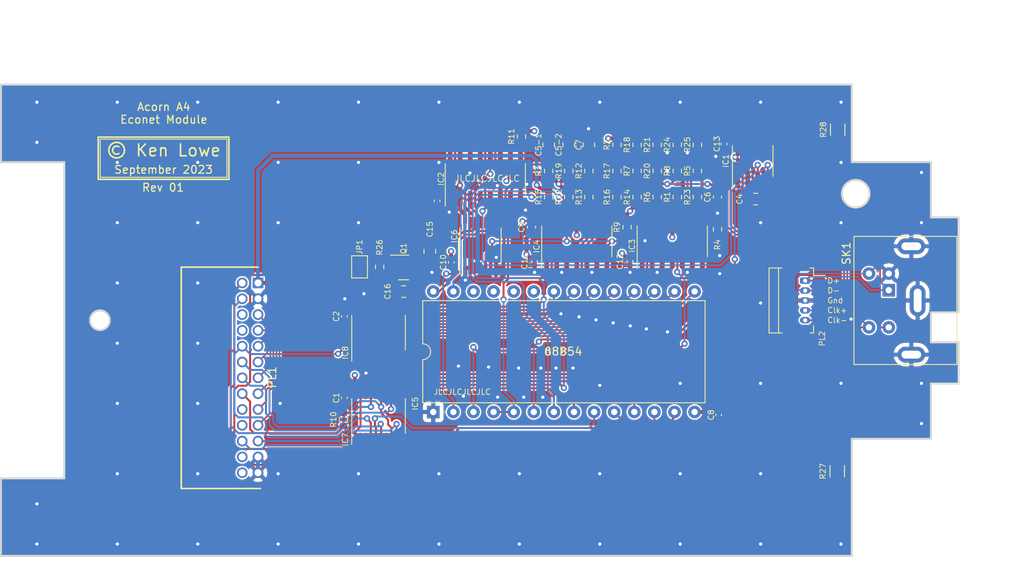
<source format=kicad_pcb>
(kicad_pcb (version 20221018) (generator pcbnew)
  (title_block (title "Acorn A4 Econet Module") (date "2023-08-28") (rev "01") (comment 1 "Rev 01: First Revision"))
  (layers (0 "F.Cu" signal) (1 "In1.Cu" power) (2 "In2.Cu" power) (31 "B.Cu" signal) (34 "B.Paste" user) (35 "F.Paste" user) (36 "B.SilkS" user "B.Silkscreen") (37 "F.SilkS" user "F.Silkscreen") (38 "B.Mask" user) (39 "F.Mask" user) (44 "Edge.Cuts" user))
  (net 0 "")
  (net 1 "GND")
  (net 2 "/Data-")
  (net 3 "/Data+")
  (net 4 "+5V")
  (net 5 "/Clk-")
  (net 6 "/Clk+")
  (net 7 "Net-(IC2A-RCext)")
  (net 8 "Net-(C6-Pad1)")
  (net 9 "Net-(IC2B-RCext)")
  (net 10 "Net-(C9-Pad2)")
  (net 11 "Net-(IC2A-Clr)")
  (net 13 "Net-(IC2B-Q)")
  (net 14 "Net-(IC2B-A)")
  (net 15 "Net-(IC2B-~{Q})")
  (net 18 "Net-(IC3A-+)")
  (net 19 "Net-(IC3A--)")
  (net 20 "Net-(IC3B-+)")
  (net 21 "Net-(IC3B--)")
  (net 22 "Net-(IC5-Rx_Data)")
  (net 27 "Net-(IC4A-+)")
  (net 28 "Net-(IC4A--)")
  (net 29 "Net-(IC4B--)")
  (net 30 "/Data_En")
  (net 31 "/ADLC_nIRQ")
  (net 32 "/ADLC_nRST")
  (net 33 "/ADLC_nCS")
  (net 34 "/ADLC_A0")
  (net 35 "/ADLC_A1")
  (net 36 "/ADLC_RnW")
  (net 37 "/ADLC_Clock")
  (net 38 "/ADLC_D7")
  (net 39 "/ADLC_D6")
  (net 40 "/ADLC_D5")
  (net 41 "/ADLC_D4")
  (net 42 "/ADLC_D3")
  (net 43 "/ADLC_D2")
  (net 44 "/ADLC_D1")
  (net 45 "/ADLC_D0")
  (net 48 "Net-(IC5-~{RTS})")
  (net 53 "Net-(IC5-~{CTS})")
  (net 55 "Net-(IC6-Pad6)")
  (net 56 "/Econpow")
  (net 57 "/A4_LA2")
  (net 58 "/A4_LA3")
  (net 59 "/A4_D0")
  (net 60 "/IC8_nCE")
  (net 61 "/A4_D1")
  (net 63 "/A4_D2")
  (net 64 "/A4_WBE")
  (net 65 "/A4_D3")
  (net 66 "/A4_S2")
  (net 67 "/A4_D4")
  (net 68 "/A4_CLK2")
  (net 69 "/A4_D5")
  (net 70 "/A4_ECON")
  (net 71 "/A4_D6")
  (net 73 "/A4_D7")
  (net 75 "/A4_nRST")
  (net 76 "/A4_EFIQ")
  (net 79 "/ECON")
  (net 82 "Net-(IC1-DI)")
  (footprint "Resistor_SMD:R_0603_1608Metric" (layer "F.Cu") (at 195.53 96.233 -90)
    (fp_text reference "R4")
    (fp_text value "1M5")
  )
  (footprint "Resistor_SMD:R_0603_1608Metric" (layer "F.Cu") (at 179.274 88.867 -90)
    (fp_text reference "R19")
    (fp_text value "56K")
  )
  (footprint "Resistor_SMD:R_0603_1608Metric" (layer "F.Cu") (at 182.83 88.867 -90)
    (fp_text reference "R17")
    (fp_text value "56K")
  )
  (footprint "Resistor_SMD:R_0603_1608Metric" (layer "F.Cu") (at 182.83 92.169 -90)
    (fp_text reference "R16")
    (fp_text value "56K")
  )
  (footprint "Resistor_SMD:R_0603_1608Metric" (layer "F.Cu") (at 185.37 85.565 -90)
    (fp_text reference "R18")
    (fp_text value "100K")
  )
  (footprint "Resistor_SMD:R_0603_1608Metric" (layer "F.Cu") (at 187.91 85.565 -90)
    (fp_text reference "R21")
    (fp_text value "100K")
  )
  (footprint "Resistor_SMD:R_0603_1608Metric" (layer "F.Cu") (at 190.45 85.565 -90)
    (fp_text reference "R24")
    (fp_text value "100K")
  )
  (footprint "Resistor_SMD:R_0603_1608Metric" (layer "F.Cu") (at 192.99 85.565 -90)
    (fp_text reference "R25")
    (fp_text value "100K")
  )
  (footprint "Resistor_SMD:R_0603_1608Metric" (layer "F.Cu") (at 190.45 88.867 90)
    (fp_text reference "R8")
    (fp_text value "10K")
  )
  (footprint "Resistor_SMD:R_0603_1608Metric" (layer "F.Cu") (at 187.91 88.867 90)
    (fp_text reference "R20")
    (fp_text value "1K0")
  )
  (footprint "Capacitor_SMD:C_0402_1005Metric" (layer "F.Cu") (at 161.896 100.424 -90)
    (fp_text reference "C10")
    (fp_text value "100nF")
  )
  (footprint "Capacitor_SMD:C_0402_1005Metric" (layer "F.Cu") (at 172.416 100.297 -90)
    (fp_text reference "C11")
    (fp_text value "100nF")
  )
  (footprint "Resistor_SMD:R_0603_1608Metric" (layer "F.Cu") (at 185.37 92.169 90)
    (fp_text reference "R14")
    (fp_text value "1K5")
  )
  (footprint "Resistor_SMD:R_0603_1608Metric" (layer "F.Cu") (at 185.37 88.867 90)
    (fp_text reference "R7")
    (fp_text value "10K")
  )
  (footprint "Package_SO:SOIC-14_3.9x8.7mm_P1.27mm" (layer "F.Cu") (at 177.75 97.757 90)
    (fp_text reference "IC4")
    (fp_text value "LM319M")
  )
  (footprint "Capacitor_SMD:C_0402_1005Metric" (layer "F.Cu") (at 160.097 92.653 -90)
    (fp_text reference "C14" hide)
    (fp_text value "100nF")
  )
  (footprint "Resistor_SMD:R_0603_1608Metric" (layer "F.Cu") (at 176.734 92.169 -90)
    (fp_text reference "R22")
    (fp_text value "4K7")
  )
  (footprint "Resistor_SMD:R_0603_1608Metric" (layer "F.Cu") (at 174.194 92.169 -90)
    (fp_text reference "R15")
    (fp_text value "4K7")
  )
  (footprint "Package_SO:SOIC-14_3.9x8.7mm_P1.27mm" (layer "F.Cu") (at 189.815 97.757 90)
    (fp_text reference "IC3")
    (fp_text value "LM319M")
  )
  (footprint "Resistor_SMD:R_0603_1608Metric" (layer "F.Cu") (at 187.91 92.169 -90)
    (fp_text reference "R6")
    (fp_text value "1M5")
  )
  (footprint "Capacitor_SMD:C_0603_1608Metric" (layer "F.Cu") (at 195.53 92.169 -90)
    (fp_text reference "C6")
    (fp_text value "10uF")
  )
  (footprint "Resistor_SMD:R_0603_1608Metric" (layer "F.Cu") (at 190.45 92.169 90)
    (fp_text reference "R1")
    (fp_text value "1K0")
  )
  (footprint "Capacitor_SMD:C_0402_1005Metric" (layer "F.Cu") (at 195.673 119.728 -90)
    (fp_text reference "C8")
    (fp_text value "100nF")
  )
  (footprint "Resistor_SMD:R_0603_1608Metric" (layer "F.Cu") (at 184.1 95.979 -90)
    (fp_text reference "R9")
    (fp_text value "1K0")
  )
  (footprint "Resistor_SMD:R_0603_1608Metric" (layer "F.Cu") (at 182.83 85.565 90)
    (fp_text reference "R2")
    (fp_text value "1M5")
  )
  (footprint "Package_SO:SOIC-16_3.9x9.9mm_P1.27mm" (layer "F.Cu") (at 166.193 89.883 90)
    (fp_text reference "IC2")
    (fp_text value "74LS123")
  )
  (footprint "Resistor_SMD:R_0603_1608Metric" (layer "F.Cu") (at 179.274 92.169 -90)
    (fp_text reference "R13")
    (fp_text value "56K")
  )
  (footprint "Resistor_SMD:R_0603_1608Metric" (layer "F.Cu") (at 174.194 88.867 90)
    (fp_text reference "R3")
    (fp_text value "1K0")
  )
  (footprint "Capacitor_SMD:C_0805_2012Metric" (layer "F.Cu") (at 174.194 85.565 -90)
    (fp_text reference "C5-1")
    (fp_text value "22uF")
  )
  (footprint "Capacitor_SMD:C_0805_2012Metric" (layer "F.Cu") (at 179.274 85.565 -90)
    (fp_text reference "C7")
    (fp_text value "2n2")
  )
  (footprint "Resistor_SMD:R_0603_1608Metric" (layer "F.Cu") (at 176.734 88.867 90)
    (fp_text reference "R12")
    (fp_text value "39K")
  )
  (footprint "Resistor_SMD:R_0603_1608Metric" (layer "F.Cu") (at 170.765 84.512 90)
    (fp_text reference "R11")
    (fp_text value "220K")
  )
  (footprint "Capacitor_SMD:C_0603_1608Metric" (layer "F.Cu") (at 172.035 95.979 90)
    (fp_text reference "C9")
    (fp_text value "10nF")
  )
  (footprint "Resistor_SMD:R_0603_1608Metric" (layer "F.Cu") (at 192.99 92.169 -90)
    (fp_text reference "R23")
    (fp_text value "10K")
  )
  (footprint "Capacitor_SMD:C_0402_1005Metric" (layer "F.Cu") (at 184.481 100.297 -90)
    (fp_text reference "C12")
    (fp_text value "100nF")
  )
  (footprint "Resistor_SMD:R_0603_1608Metric" (layer "F.Cu") (at 192.99 88.867 90)
    (fp_text reference "R5")
    (fp_text value "10K")
  )
  (footprint "Capacitor_SMD:C_0805_2012Metric" (layer "F.Cu") (at 176.734 85.565 -90)
    (fp_text reference "C5-2")
    (fp_text value "22uF")
  )
  (footprint "Resistor_SMD:R_0603_1608Metric" (layer "F.Cu") (at 148.27 120.301 -90)
    (fp_text reference "R10")
    (fp_text value "10K")
  )
  (footprint "Package_TO_SOT_SMD:SOT-23" (layer "F.Cu") (at 155.8785 101.073)
    (fp_text reference "Q1")
    (fp_text value "AO3401A")
  )
  (footprint "Econet_A4:SHDRRA26W50P200_2X13_2800X1000X500P" (layer "F.Cu") (at 137.475 103.029 90)
    (fp_text reference "PL1")
    (fp_text value "Conn_02x13_Odd_Even" hide)
  )
  (footprint "Package_DIP:DIP-28_W15.24mm" (layer "F.Cu") (at 159.615 119.347 90)
    (fp_text reference "IC5")
    (fp_text value "68B54")
  )
  (footprint "Resistor_SMD:R_1206_3216Metric" (layer "F.Cu") (at 210.659 126.845 90)
    (fp_text reference "R27")
    (fp_text value "4K7")
  )
  (footprint "Econet_A4:Molex_PicoBlade_1x05_P1.25mm_Horizontal" (layer "F.Cu") (at 205.957 105.245 -90)
    (fp_text reference "PL2")
    (fp_text value "Conn_01x07")
  )
  (footprint "Package_SO:TSSOP-20_4.4x6.5mm_P0.65mm" (layer "F.Cu") (at 152.7 109.317 90)
    (fp_text reference "IC8")
    (fp_text value "74HCT245")
  )
  (footprint "Capacitor_SMD:C_0805_2012Metric" (layer "F.Cu") (at 155.8785 104.121)
    (fp_text reference "C16")
    (fp_text value "47uF")
  )
  (footprint "Resistor_SMD:R_1206_3216Metric" (layer "F.Cu") (at 210.717 83.645 90)
    (fp_text reference "R28")
    (fp_text value "4K7")
  )
  (footprint "Capacitor_SMD:C_0402_1005Metric" (layer "F.Cu") (at 148.382 107.257 -90)
    (fp_text reference "C2")
    (fp_text value "100nF")
  )
  (footprint "Jumper:SolderJumper-2_P1.3mm_Open_Pad1.0x1.5mm" (layer "F.Cu") (at 150.302 100.997 90)
    (fp_text reference "JP1")
    (fp_text value "Jumper_2_Open")
  )
  (footprint "Package_SO:TSSOP-20_4.4x6.5mm_P0.65mm" (layer "F.Cu") (at 152.7 119.855 90)
    (fp_text reference "IC7")
    (fp_text value "74HCT244")
  )
  (footprint "Capacitor_SMD:C_0805_2012Metric" (layer "F.Cu") (at 200.356 92.423)
    (fp_text reference "C4")
    (fp_text value "47uF")
  )
  (footprint "Capacitor_SMD:C_0402_1005Metric" (layer "F.Cu") (at 148.382 117.569 -90)
    (fp_text reference "C1")
    (fp_text value "100nF")
  )
  (footprint "Capacitor_SMD:C_0805_2012Metric" (layer "F.Cu") (at 159.1805 99.041 90)
    (fp_text reference "C15")
    (fp_text value "47uF")
  )
  (footprint "Resistor_SMD:R_0603_1608Metric" (layer "F.Cu") (at 152.842 100.997 90)
    (fp_text reference "R26")
    (fp_text value "100K")
  )
  (footprint "Package_SO:TSSOP-14_4.4x5mm_P0.65mm" (layer "F.Cu") (at 165.579 98.265 90)
    (fp_text reference "IC6")
    (fp_text value "74AHCT132")
  )
  (footprint "Capacitor_SMD:C_0402_1005Metric" (layer "F.Cu") (at 196.341 85.4585 90)
    (fp_text reference "C13")
    (fp_text value "100nF")
  )
  (footprint "Package_SO:SOIC-8_3.9x4.9mm_P1.27mm" (layer "F.Cu") (at 199.975 87.597 90)
    (fp_text reference "IC1")
    (fp_text value "SP485REN-L")
  )
  (footprint "Econet_A4:Connector_Mini-DIN_Female_5Pin_2rows" (layer "F.Cu") (at 220.819 105.245 90)
    (fp_text reference "SK1")
    (fp_text value "Mini-DIN_5pins")
  )
  (gr_rect (start 117.282 84.5886) (end 133.792 89.9226) (stroke (width 0.2)) (fill none) (layer "F.SilkS"))
  (gr_rect (start 117.536 84.8426) (end 133.538 89.6686) (stroke (width 0.12)) (fill none) (layer "F.SilkS"))
  (gr_circle (center 212.995 91.745) (end 211.245 91.745) (stroke (width 0.25)) (fill none) (layer "Edge.Cuts"))
  (gr_line (start 212.495 137.545) (end 212.495 122.745) (stroke (width 0.25)) (layer "Edge.Cuts"))
  (gr_line (start 112.995 87.745) (end 112.995 127.745) (stroke (width 0.25)) (layer "Edge.Cuts"))
  (gr_line (start 104.995 127.745) (end 104.995 137.545) (stroke (width 0.25)) (layer "Edge.Cuts"))
  (gr_line (start 112.995 127.745) (end 104.995 127.745) (stroke (width 0.25)) (layer "Edge.Cuts"))
  (gr_circle (center 117.495 107.745) (end 116.245 107.745) (stroke (width 0.25)) (fill none) (layer "Edge.Cuts"))
  (gr_line (start 222.495 87.745) (end 212.495 87.745) (stroke (width 0.25)) (layer "Edge.Cuts"))
  (gr_line (start 212.495 77.945) (end 104.995 77.945) (stroke (width 0.25)) (layer "Edge.Cuts"))
  (gr_line (start 225.995 106.745) (end 225.995 94.745) (stroke (width 0.25)) (layer "Edge.Cuts"))
  (gr_line (start 222.495 122.745) (end 222.495 115.745) (stroke (width 0.25)) (layer "Edge.Cuts"))
  (gr_line (start 212.495 122.745) (end 222.495 122.745) (stroke (width 0.25)) (layer "Edge.Cuts"))
  (gr_line (start 222.495 106.745) (end 225.995 106.745) (stroke (width 0.25)) (layer "Edge.Cuts"))
  (gr_line (start 104.995 87.745) (end 112.995 87.745) (stroke (width 0.25)) (layer "Edge.Cuts"))
  (gr_line (start 222.495 94.745) (end 222.495 87.745) (stroke (width 0.25)) (layer "Edge.Cuts"))
  (gr_line (start 104.995 77.945) (end 104.995 87.745) (stroke (width 0.25)) (layer "Edge.Cuts"))
  (gr_line (start 222.495 110.545) (end 222.495 106.745) (stroke (width 0.25)) (layer "Edge.Cuts"))
  (gr_line (start 104.995 137.545) (end 212.495 137.545) (stroke (width 0.25)) (layer "Edge.Cuts"))
  (gr_line (start 222.495 115.745) (end 225.995 115.745) (stroke (width 0.25)) (layer "Edge.Cuts"))
  (gr_line (start 212.495 87.745) (end 212.495 77.945) (stroke (width 0.25)) (layer "Edge.Cuts"))
  (gr_line (start 225.995 110.545) (end 222.495 110.545) (stroke (width 0.25)) (layer "Edge.Cuts"))
  (gr_line (start 225.995 115.745) (end 225.995 110.545) (stroke (width 0.25)) (layer "Edge.Cuts"))
  (gr_line (start 225.995 94.745) (end 222.495 94.745) (stroke (width 0.25)) (layer "Edge.Cuts"))
  (gr_text "© Ken Lowe" (at 125.537 86.265) (layer "F.SilkS") (effects (font (size 1.5 1.5) (thickness 0.2))))
  (gr_text "D-" (at 209.357 103.995) (layer "F.SilkS") (effects (font (size 0.7 0.7) (thickness 0.1)) (justify left)))
  (gr_text "Rev 01" (at 125.472 90.963) (layer "F.SilkS") (effects (font (size 1 1))))
  (gr_text "Acorn A4\nEconet Module" (at 125.569 81.565) (layer "F.SilkS") (effects (font (size 1 1))))
  (gr_text "Clk-" (at 209.357 107.745) (layer "F.SilkS") (effects (font (size 0.7 0.7) (thickness 0.1)) (justify left)))
  (gr_text "JLCJLCJLCJLC" (at 159.617 117.223) (layer "F.SilkS") (effects (font (size 0.7 0.7) (thickness 0.1)) (justify left bottom)))
  (gr_text "JLCJLCJLCJLC" (at 166.438 89.819) (layer "F.SilkS") (effects (font (size 0.8 0.8) (thickness 0.1))))
  (gr_text "Clk+" (at 209.357 106.495) (layer "F.SilkS") (effects (font (size 0.7 0.7) (thickness 0.1)) (justify left)))
  (gr_text "D+" (at 209.357 102.745) (layer "F.SilkS") (effects (font (size 0.7 0.7) (thickness 0.1)) (justify left)))
  (gr_text "Gnd" (at 209.357 105.245) (layer "F.SilkS") (effects (font (size 0.7 0.7) (thickness 0.1)) (justify left)))
  (gr_text "September 2023" (at 125.537 88.7034) (layer "F.SilkS") (effects (font (size 1 1))))
  (segment (start 140.183 107.737) (end 137.475 105.029) (width 0.5) (layer "F.Cu") (net 1))
  (segment (start 160.097 93.133) (end 160.973 93.133) (width 0.5) (layer "F.Cu") (net 1))
  (segment (start 155.625 112.1795) (end 189.333 112.1795) (width 0.5) (layer "F.Cu") (net 1))
  (segment (start 161.642 94.074) (end 161.642 92.464) (width 0.5) (layer "F.Cu") (net 1))
  (segment (start 205.457 100.195) (end 205.457 105.237) (width 0.5) (layer "F.Cu") (net 1))
  (segment (start 211.855 95.409) (end 211.135 95.409) (width 0.5) (layer "F.Cu") (net 1))
  (segment (start 172.416 101.694) (end 172.416 100.777) (width 0.5) (layer "F.Cu") (net 1))
  (segment (start 220.019 90.155) (end 220.019 98.395) (width 0.5) (layer "F.Cu") (net 1))
  (segment (start 205.457 105.253) (end 205.449 105.245) (width 0.5) (layer "F.Cu") (net 1))
  (segment (start 199.424475 107.093) (end 199.451 107.093) (width 0.5) (layer "F.Cu") (net 1))
  (segment (start 211.135 87.789) (end 212.421 89.075) (width 0.5) (layer "F.Cu") (net 1))
  (segment (start 199.424475 112.1795) (end 216.813374 112.1795) (width 0.5) (layer "F.Cu") (net 1))
  (segment (start 195.673 127.331) (end 195.673 120.208) (width 0.5) (layer "F.Cu") (net 1))
  (segment (start 201.306 92.423) (end 201.306 94.216) (width 0.5) (layer "F.Cu") (net 1))
  (segment (start 210.717 87.371) (end 211.135 87.789) (width 0.5) (layer "F.Cu") (net 1))
  (segment (start 195.683 125.339) (end 195.683 120.218) (width 0.5) (layer "F.Cu") (net 1))
  (segment (start 192.355 101.059) (end 192.355 100.232) (width 0.5) (layer "F.Cu") (net 1))
  (segment (start 146.915 117.569) (end 146.915 113.759) (width 0.5) (layer "F.Cu") (net 1))
  (segment (start 163.675799 101.174299) (end 163.629 101.1275) (width 0.5) (layer "F.Cu") (net 1))
  (segment (start 195.312 87.027) (end 195.312 85.578) (width 0.5) (layer "F.Cu") (net 1))
  (segment (start 164.288 87.408) (end 164.288 89.073) (width 0.5) (layer "F.Cu") (net 1))
  (segment (start 180.29 97.741954) (end 181.56 96.471954) (width 0.5) (layer "F.Cu") (net 1))
  (segment (start 138.475 128.029) (end 194.975 128.029) (width 0.5) (layer "F.Cu") (net 1))
  (segment (start 191.72 101.694) (end 192.355 101.059) (width 0.5) (layer "F.Cu") (net 1))
  (segment (start 202.499 95.409) (end 211.135 95.409) (width 0.5) (layer "F.Cu") (net 1))
  (segment (start 180.29 100.232) (end 180.29 97.741954) (width 0.5) (layer "F.Cu") (net 1))
  (segment (start 192.355 97.105544) (end 193.625 95.835544) (width 0.5) (layer "F.Cu") (net 1))
  (segment (start 159.1805 98.091) (end 159.1805 95.993) (width 0.5) (layer "F.Cu") (net 1))
  (segment (start 199.424475 107.093) (end 199.424475 112.1795) (width 0.5) (layer "F.Cu") (net 1))
  (segment (start 159.1805 95.993) (end 160.097 95.0765) (width 0.5) (layer "F.Cu") (net 1))
  (segment (start 181.56 96.471954) (end 181.56 95.282) (width 0.5) (layer "F.Cu") (net 1))
  (segment (start 205.449 105.245) (end 206.607 105.245) (width 0.5) (layer "F.Cu") (net 1))
  (segment (start 211.135 120.809) (end 219.225 120.809) (width 0.5) (layer "F.Cu") (net 1))
  (segment (start 205.457 110.295) (end 205.457 105.253) (width 0.5) (layer "F.Cu") (net 1))
  (segment (start 216.813374 112.1795) (end 216.897874 112.095) (width 0.5) (layer "F.Cu") (net 1))
  (segment (start 194.975 128.029) (end 195.673 127.331) (width 0.5) (layer "F.Cu") (net 1))
  (segment (start 171.273 93.82) (end 171.273 92.993) (width 0.5) (layer "F.Cu") (net 1))
  (segment (start 212.421 89.075) (end 213.929 89.075) (width 0.5) (layer "F.Cu") (net 1))
  (segment (start 147.395 118.049) (end 146.915 117.569) (width 0.5) (layer "F.Cu") (net 1))
  (segment (start 179.274 84.615) (end 178.634 84.615) (width 0.5) (layer "F.Cu") (net 1))
  (segment (start 159.446 101.694) (end 160.224 101.694) (width 0.5) (layer "F.Cu") (net 1))
  (segment (start 206.607 105.245) (end 208.357 105.245) (width 0.5) (layer "F.Cu") (net 1))
  (segment (start 159.615 121.633) (end 159.615 119.347) (width 0.5) (layer "F.Cu") (net 1))
  (segment (start 212.975 96.529) (end 211.855 95.409) (width 0.5) (layer "F.Cu") (net 1))
  (segment (start 150.302 100.601) (end 150.302 98.787) (width 0.5) (layer "F.Cu") (net 1))
  (segment (start 160.224 101.694) (end 160.605 101.313) (width 0.5) (layer "F.Cu") (net 1))
  (segment (start 161.896 100.904) (end 161.007664 100.904) (width 0.5) (layer "F.Cu") (net 1))
  (segment (start 187.91 101.694) (end 188.545 101.059) (width 0.5) (layer "F.Cu") (net 1))
  (segment (start 201.306 94.216) (end 202.499 95.409) (width 0.5) (layer "F.Cu") (net 1))
  (segment (start 212.975 104.529) (end 212.975 96.529) (width 0.5) (layer "F.Cu") (net 1))
  (segment (start 179.274 84.615) (end 179.274 83.581) (width 0.5) (layer "F.Cu") (net 1))
  (segment (start 195.53 94.201) (end 195.53 92.944) (width 0.5) (layer "F.Cu") (net 1))
  (segment (start 163.675799 102.673) (end 163.675799 101.174299) (width 0.5) (layer "F.Cu") (net 1))
  (segment (start 205.457 105.237) (end 205.449 105.245) (width 0.5) (layer "F.Cu") (net 1))
  (segment (start 155.302817 113.367) (end 155.625 113.044817) (width 0.5) (layer "F.Cu") (net 1))
  (segment (start 210.659 125.3825) (end 210.659 121.285) (width 0.5) (layer "F.Cu") (net 1))
  (segment (start 199.451 107.093) (end 200.975 105.569) (width 0.5) (layer "F.Cu") (net 1))
  (segment (start 158.5305 122.7175) (end 159.615 121.633) (width 0.5) (layer "F.Cu") (net 1))
  (segment (start 150.998 98.091) (end 150.302 98.787) (width 0.5) (layer "F.Cu") (net 1))
  (segment (start 219.225 120.809) (end 220.019 120.015) (width 0.5) (layer "F.Cu") (net 1))
  (segment (start 164.288 89.073) (end 164.24 89.121) (width 0.5) (layer "F.Cu") (net 1))
  (segment (start 178.634 84.615) (end 176.734 86.515) (width 0.5) (layer "F.Cu") (net 1))
  (segment (start 189.18 88.867) (end 188.735 88.867) (width 0.5) (layer "F.Cu") (net 1))
  (segment (start 174.194 86.515) (end 176.734 86.515) (width 0.5) (layer "F.Cu") (net 1))
  (segment (start 175.845 101.694) (end 176.48 101.059) (width 0.5) (layer "F.Cu") (net 1))
  (segment (start 176.48 101.059) (end 176.48 100.232) (width 0.5) (layer "F.Cu") (net 1))
  (segment (start 212.9725 104.5315) (end 212.975 104.529) (width 0.5) (layer "F.Cu") (net 1))
  (segment (start 167.5735 101.083) (end 167.529 101.1275) (width 0.5) (layer "F.Cu") (net 1))
  (segment (start 155.625 113.044817) (end 155.625 112.1795) (width 0.5) (layer "F.Cu") (net 1))
  (segment (start 189.333 112.1795) (end 193.8065 112.1795) (width 0.5) (layer "F.Cu") (net 1))
  (segment (start 193.8065 112.1795) (end 199.424475 112.1795) (width 0.5) (layer "F.Cu") (net 1))
  (segment (start 179.655 101.694) (end 180.29 101.059) (width 0.5) (layer "F.Cu") (net 1))
  (segment (start 184.481 101.694) (end 184.481 100.777) (width 0.5) (layer "F.Cu") (net 1))
  (segment (start 200.975 105.569) (end 201.299 105.245) (width 0.5) (layer "F.Cu") (net 1))
  (segment (start 218.939 89.075) (end 220.019 90.155) (width 0.5) (layer "F.Cu") (net 1))
  (segment (start 155.625 122.7175) (end 158.5305 122.7175) (width 0.5) (layer "F.Cu") (net 1))
  (segment (start 210.717 85.1075) (end 210.717 87.371) (width 0.5) (layer "F.Cu") (net 1))
  (segment (start 195.312 85.578) (end 195.9115 84.9785) (width 0.5) (layer "F.Cu") (net 1))
  (segment (start 195.9115 84.9785) (end 196.341 84.9785) (width 0.5) (layer "F.Cu") (net 1))
  (segment (start 167.5735 99.789) (end 167.5735 101.083) (width 0.5) (layer "F.Cu") (net 1))
  (segment (start 148.382 107.737) (end 140.523 107.737) (width 0.5) (layer "F.Cu") (net 1))
  (segment (start 171.273 92.993) (end 170.638 92.358) (width 0.5) (layer "F.Cu") (net 1))
  (segment (start 137.475 127.029) (end 138.475 128.029) (width 0.5) (layer "F.Cu") (net 1))
  (segment (start 213.929 89.075) (end 218.939 89.075) (width 0.5) (layer "F.Cu") (net 1))
  (segment (start 160.973 93.133) (end 161.748 92.358) (width 0.5) (layer "F.Cu") (net 1))
  (segment (start 179.274 83.581) (end 179.226 83.533) (width 0.5) (layer "F.Cu") (net 1))
  (segment (start 168.098 92.358) (end 168.098 91.109989) (width 0.5) (layer "F.Cu") (net 1))
  (segment (start 161.642 92.464) (end 161.748 92.358) (width 0.5) (layer "F.Cu") (net 1))
  (segment (start 188.735 88.867) (end 187.91 88.042) (width 0.5) (layer "F.Cu") (net 1))
  (segment (start 220.819 105.245) (end 213.686 105.245) (width 0.5) (layer "F.Cu") (net 1))
  (segment (start 216.897874 112.095) (end 220.019 112.095) (width 0.5) (layer "F.Cu") (net 1))
  (segment (start 192.355 100.232) (end 192.355 97.105544) (width 0.5) (layer "F.Cu") (net 1))
  (segment (start 146.915 113.759) (end 147.307 113.367) (width 0.5) (layer "F.Cu") (net 1))
  (segment (start 147.307 113.367) (end 155.302817 113.367) (width 0.5) (layer "F.Cu") (net 1))
  (segment (start 163.629 101.1275) (end 164.279 101.1275) (width 0.5) (layer "F.Cu") (net 1))
  (segment (start 201.88 85.122) (end 210.7025 85.122) (width 0.5) (layer "F.Cu") (net 1))
  (segment (start 140.523 107.737) (end 140.183 107.737) (width 0.5) (layer "F.Cu") (net 1))
  (segment (start 168.098 91.109989) (end 167.708 90.719989) (width 0.5) (layer "F.Cu") (net 1))
  (segment (start 210.659 125.3825) (end 210.659 128.3075) (width 0.5) (layer "F.Cu") (net 1))
  (segment (start 201.299 105.245) (end 205.449 105.245) (width 0.5) (layer "F.Cu") (net 1))
  (segment (start 220.019 120.015) (end 220.019 112.095) (width 0.5) (layer "F.Cu") (net 1))
  (segment (start 210.659 121.285) (end 211.135 120.809) (width 0.5) (layer "F.Cu") (net 1))
  (segment (start 159.1805 98.091) (end 150.998 98.091) (width 0.5) (layer "F.Cu") (net 1))
  (segment (start 210.717 82.1825) (end 210.717 85.1075) (width 0.5) (layer "F.Cu") (net 1))
  (segment (start 188.545 101.059) (end 188.545 100.232) (width 0.5) (layer "F.Cu") (net 1))
  (segment (start 148.382 118.049) (end 147.395 118.049) (width 0.5) (layer "F.Cu") (net 1))
  (segment (start 161.007664 100.904) (end 160.601832 101.309832) (width 0.5) (layer "F.Cu") (net 1))
  (segment (start 213.686 105.245) (end 212.9725 104.5315) (width 0.5) (layer "F.Cu") (net 1))
  (segment (start 160.097 95.0765) (end 160.097 93.133) (width 0.5) (layer "F.Cu") (net 1))
  (segment (start 180.29 101.059) (end 180.29 100.232) (width 0.5) (layer "F.Cu") (net 1))
  (via (at 189.18 88.867) (size 0.8) (drill 0.4) (layers "F.Cu" "B.Cu") (net 1))
  (via (at 187.91 101.694) (size 0.8) (drill 0.4) (layers "F.Cu" "B.Cu") (net 1))
  (via (at 184.481 101.694) (size 0.8) (drill 0.4) (layers "F.Cu" "B.Cu") (net 1))
  (via (at 179.655 101.694) (size 0.8) (drill 0.4) (layers "F.Cu" "B.Cu") (net 1))
  (via (at 175.845 101.694) (size 0.8) (drill 0.4) (layers "F.Cu" "B.Cu") (net 1))
  (via (at 159.446 101.694) (size 0.8) (drill 0.4) (layers "F.Cu" "B.Cu") (net 1))
  (via (at 171.273 93.82) (size 0.8) (drill 0.4) (layers "F.Cu" "B.Cu") (net 1))
  (via (at 172.416 101.694) (size 0.8) (drill 0.4) (layers "F.Cu" "B.Cu") (net 1))
  (via (at 171.428 90.553) (size 0.8) (drill 0.4) (layers "F.Cu" "B.Cu") (net 1))
  (via (at 190.815 136.049) (size 0.8) (drill 0.4) (layers "F.Cu" "B.Cu") (net 1))
  (via (at 167.708 90.719989) (size 0.8) (drill 0.4) (layers "F.Cu" "B.Cu") (net 1))
  (via (at 221.295 89.059) (size 0.8) (drill 0.4) (layers "F.Cu" "B.Cu") (net 1))
  (via (at 211.135 87.789) (size 0.8) (drill 0.4) (layers "F.Cu" "B.Cu") (net 1))
  (via (at 150.175 87.789) (size 0.8) (drill 0.4) (layers "F.Cu" "B.Cu") (net 1))
  (via (at 164.24 89.121) (size 0.8) (drill 0.4) (layers "F.Cu" "B.Cu") (net 1))
  (via (at 119.695 95.409) (size 0.8) (drill 0.4) (layers "F.Cu" "B.Cu") (net 1))
  (via (at 150.175 127.159) (size 0.8) (drill 0.4) (layers "F.Cu" "B.Cu") (net 1))
  (via (at 171.047 117.477) (size 0.8) (drill 0.4) (layers "F.Cu" "B.Cu") (net 1))
  (via (at 119.695 110.649) (size 0.8) (drill 0.4) (layers "F.Cu" "B.Cu") (net 1))
  (via (at 182.35 108.079) (size 0.8) (drill 0.4) (layers "F.Cu" "B.Cu") (net 1))
  (via (at 170.412 113.794) (size 0.8) (drill 0.4) (layers "F.Cu" "B.Cu") (net 1))
  (via (at 160.335 87.789) (size 0.8) (drill 0.4) (layers "F.Cu" "B.Cu") (net 1))
  (via (at 140.015 136.049) (size 0.8) (drill 0.4) (layers "F.Cu" "B.Cu") (net 1))
  (via (at 167.745 117.477) (size 0.8) (drill 0.4) (layers "F.Cu" "B.Cu") (net 1))
  (via (at 175.746 106.936) (size 0.8) (drill 0.4) (layers "F.Cu" "B.Cu") (net 1))
  (via (at 129.855 127.159) (size 0.8) (drill 0.4) (layers "F.Cu" "B.Cu") (net 1))
  (via (at 129.855 95.409) (size 0.8) (drill 0.4) (layers "F.Cu" "B.Cu") (net 1))
  (via (at 119.695 87.789) (size 0.8) (drill 0.4) (layers "F.Cu" "B.Cu") (net 1))
  (via (at 129.855 80.169) (size 0.8) (drill 0.4) (layers "F.Cu" "B.Cu") (net 1))
  (via (at 200.975 136.049) (size 0.8) (drill 0.4) (layers "F.Cu" "B.Cu") (net 1))
  (via (at 190.815 115.729) (size 0.8) (drill 0.4) (layers "F.Cu" "B.Cu") (net 1))
  (via (at 180.655 80.169) (size 0.8) (drill 0.4) (layers "F.Cu" "B.Cu") (net 1))
  (via (at 179.226 83.533) (size 0.8) (drill 0.4) (layers "F.Cu" "B.Cu") (net 1))
  (via (at 177.27 113.794) (size 0.8) (drill 0.4) (layers "F.Cu" "B.Cu") (net 1))
  (via (at 119.695 118.269) (size 0.8) (drill 0.4) (layers "F.Cu" "B.Cu") (net 1))
  (via (at 140.269 118.269) (size 0.8) (drill 0.4) (layers "F.Cu" "B.Cu") (net 1))
  (via (at 180.191 107.698) (size 0.8) (drill 0.4) (layers "F.Cu" "B.Cu") (net 1))
  (via (at 200.975 105.569) (size 0.8) (drill 0.4) (layers "F.Cu" "B.Cu") (net 1))
  (via (at 129.855 118.269) (size 0.8) (drill 0.4) (layers "F.Cu" "B.Cu") (net 1))
  (via (at 180.655 136.049) (size 0.8) (drill 0.4) (layers "F.Cu" "B.Cu") (net 1))
  (via (at 221.295 120.809) (size 0.8) (drill 0.4) (layers "F.Cu" "B.Cu") (net 1))
  (via (at 186.541 108.841) (size 0.8) (drill 0.4) (layers "F.Cu" "B.Cu") (net 1))
  (via (at 191.72 101.694) (size 0.8) (drill 0.4) (layers "F.Cu" "B.Cu") (net 1))
  (via (at 170.495 136.049) (size 0.8) (drill 0.4) (layers "F.Cu" "B.Cu") (net 1))
  (via (at 175.111 113.794) (size 0.8) (drill 0.4) (layers "F.Cu" "B.Cu") (net 1))
  (via (at 200.975 80.169) (size 0.8) (drill 0.4) (layers "F.Cu" "B.Cu") (net 1))
  (via (at 190.815 80.169) (size 0.8) (drill 0.4) (layers "F.Cu" "B.Cu") (net 1))
  (via (at 178.032 107.317) (size 0.8) (drill 0.4) (layers "F.Cu" "B.Cu") (net 1))
  (via (at 160.335 80.169) (size 0.8) (drill 0.4) (layers "F.Cu" "B.Cu") (net 1))
  (via (at 189.18 86.581) (size 0.8) (drill 0.4) (layers "F.Cu" "B.Cu") (net 1))
  (via (at 200.975 95.409) (size 0.8) (drill 0.4) (layers "F.Cu" "B.Cu") (net 1))
  (via (at 170.495 127.159) (size 0.8) (drill 0.4) (layers "F.Cu" "B.Cu") (net 1))
  (via (at 119.695 127.159) (size 0.8) (drill 0.4) (layers "F.Cu" "B.Cu") (net 1))
  (via (at 160.335 136.049) (size 0.8) (drill 0.4) (layers "F.Cu" "B.Cu") (net 1))
  (via (at 163.675799 102.673) (size 0.8) (drill 0.4) (layers "F.Cu" "B.Cu") (net 1))
  (via (at 189.208 109.222) (size 0.8) (drill 0.4) (layers "F.Cu" "B.Cu") (net 1))
  (via (at 109.535 136.049) (size 0.8) (drill 0.4) (layers "F.Cu" "B.Cu") (net 1))
  (via (at 148.441 105.031) (size 0.8) (drill 0.4) (layers "F.Cu" "B.Cu") (net 1))
  (via (at 119.695 80.169) (size 0.8) (drill 0.4) (layers "F.Cu" "B.Cu") (net 1))
  (via (at 180.655 115.983) (size 0.8) (drill 0.4) (layers "F.Cu" "B.Cu") (net 1))
  (via (at 109.535 130.969) (size 0.8) (drill 0.4) (layers "F.Cu" "B.Cu") (net 1))
  (via (at 190.815 127.159) (size 0.8) (drill 0.4) (layers "F.Cu" "B.Cu") (net 1))
  (via (at 140.015 95.409) (size 0.8) (drill 0.4) (layers "F.Cu" "B.Cu") (net 1))
  (via (at 195.812 101.856) (size 0.8) (drill 0.4) (layers "F.Cu" "B.Cu") (net 1))
  (via (at 195.312 87.027) (size 0.8) (drill 0.4) (layers "F.Cu" "B.Cu") (net 1))
  (via (at 162.792 113.54) (size 0.8) (drill 0.4) (layers "F.Cu" "B.Cu") (net 1))
  (via (at 191.72 86.581) (size 0.8) (drill 0.4) (layers "F.Cu" "B.Cu") (net 1))
  (via (at 129.855 103.029) (size 0.8) (drill 0.4) (layers "F.Cu" "B.Cu") (net 1))
  (via (at 200.975 127.159) (size 0.8) (drill 0.4) (layers "F.Cu" "B.Cu") (net 1))
  (via (at 129.855 110.649) (size 0.8) (drill 0.4) (layers "F.Cu" "B.Cu") (net 1))
  (via (at 212.405 107.601) (size 0.8) (drill 0.4) (layers "F.Cu" "B.Cu") (net 1))
  (via (at 161.642 94.074) (size 0.8) (drill 0.4) (layers "F.Cu" "B.Cu") (net 1))
  (via (at 184.509 108.46) (size 0.8) (drill 0.4) (layers "F.Cu" "B.Cu") (net 1))
  (via (at 140.015 80.169) (size 0.8) (drill 0.4) (layers "F.Cu" "B.Cu") (net 1))
  (via (at 150.175 136.049) (size 0.8) (drill 0.4) (layers "F.Cu" "B.Cu") (net 1))
  (via (at 140.015 127.159) (size 0.8) (drill 0.4) (layers "F.Cu" "B.Cu") (net 1))
  (via (at 163.427 117.35) (size 0.8) (drill 0.4) (layers "F.Cu" "B.Cu") (net 1))
  (via (at 160.335 127.159) (size 0.8) (drill 0.4) (layers "F.Cu" "B.Cu") (net 1))
  (via (at 151.108 114.429) (size 0.8) (drill 0.4) (layers "F.Cu" "B.Cu") (net 1))
  (via (at 119.695 103.029) (size 0.8) (drill 0.4) (layers "F.Cu" "B.Cu") (net 1))
  (via (at 109.535 80.169) (size 0.8) (drill 0.4) (layers "F.Cu" "B.Cu") (net 1))
  (via (at 166.602 113.667) (size 0.8) (drill 0.4) (layers "F.Cu" "B.Cu") (net 1))
  (via (at 180.655 127.159) (size 0.8) (drill 0.4) (layers "F.Cu" "B.Cu") (net 1))
  (via (at 211.135 136.049) (size 0.8) (drill 0.4) (layers "F.Cu" "B.Cu") (net 1))
  (via (at 211.135 80.169) (size 0.8) (drill 0.4) (layers "F.Cu" "B.Cu") (net 1))
  (via (at 173.46 117.477) (size 0.8) (drill 0.4) (layers "F.Cu" "B.Cu") (net 1))
  (via (at 170.495 80.169) (size 0.8) (drill 0.4) (layers "F.Cu" "B.Cu") (net 1))
  (via (at 109.535 85.249) (size 0.8) (drill 0.4) (layers "F.Cu" "B.Cu") (net 1))
  (via (at 150.854 104.396) (size 0.8) (drill 0.4) (layers "F.Cu" "B.Cu") (net 1))
  (via (at 140.015 87.789) (size 0.8) (drill 0.4) (layers "F.Cu" "B.Cu") (net 1))
  (via (at 195.812 99.57) (size 0.8) (drill 0.4) (layers "F.Cu" "B.Cu") (net 1))
  (via (at 129.855 136.049) (size 0.8) (drill 0.4) (layers "F.Cu" "B.Cu") (net 1))
  (via (at 200.975 115.729) (size 0.8) (drill 0.4) (layers "F.Cu" "B.Cu") (net 1))
  (via (at 186.37 97.695) (size 0.8) (drill 0.4) (layers "F.Cu" "B.Cu") (net 1))
  (via (at 173.206 113.794) (size 0.8) (drill 0.4) (layers "F.Cu" "B.Cu") (net 1))
  (via (at 150.175 95.409) (size 0.8) (drill 0.4) (layers "F.Cu" "B.Cu") (net 1))
  (via (at 211.135 115.729) (size 0.8) (drill 0.4) (layers "F.Cu" "B.Cu") (net 1))
  (via (at 129.855 87.789) (size 0.8) (drill 0.4) (layers "F.Cu" "B.Cu") (net 1))
  (via (at 221.295 95.409) (size 0.8) (drill 0.4) (layers "F.Cu" "B.Cu") (net 1))
  (via (at 119.695 136.049) (size 0.8) (drill 0.4) (layers "F.Cu" "B.Cu") (net 1))
  (via (at 211.135 95.409) (size 0.8) (drill 0.4) (layers "F.Cu" "B.Cu") (net 1))
  (via (at 221.295 115.729) (size 0.8) (drill 0.4) (layers "F.Cu" "B.Cu") (net 1))
  (via (at 195.53 94.201) (size 0.8) (drill 0.4) (layers "F.Cu" "B.Cu") (net 1))
  (via (at 150.175 80.169) (size 0.8) (drill 0.4) (layers "F.Cu" "B.Cu") (net 1))
  (via (at 167.5735 99.789) (size 0.8) (drill 0.4) (layers "F.Cu" "B.Cu") (net 1))
  (segment (start 137.475 125.029) (end 137.475 127.029) (width 0.5) (layer "B.Cu") (net 1))
  (segment (start 204.593 94.709) (end 214.969 94.709) (width 0.2) (layer "F.Cu") (net 2))
  (segment (start 203.769 93.885) (end 204.593 94.709) (width 0.2) (layer "F.Cu") (net 2))
  (segment (start 199.34 84.07629) (end 198.37271 83.109) (width 0.2) (layer "F.Cu") (net 2))
  (segment (start 206.607 103.995) (end 208.357 103.995) (width 0.2) (layer "F.Cu") (net 2))
  (segment (start 200.572 86.797) (end 203.031 86.797) (width 0.2) (layer "F.Cu") (net 2))
  (segment (start 189.541 83.109) (end 187.91 84.74) (width 0.2) (layer "F.Cu") (net 2))
  (segment (start 198.37271 83.109) (end 189.541 83.109) (width 0.2) (layer "F.Cu") (net 2))
  (segment (start 215.669 95.409) (end 215.669 100.845) (width 0.2) (layer "F.Cu") (net 2))
  (segment (start 215.669 100.845) (end 214.669 101.845) (width 0.2) (layer "F.Cu") (net 2))
  (segment (start 203.769 87.535) (end 203.769 93.885) (width 0.2) (layer "F.Cu") (net 2))
  (segment (start 203.031 86.797) (end 203.769 87.535) (width 0.2) (layer "F.Cu") (net 2))
  (segment (start 199.34 85.122) (end 199.34 84.07629) (width 0.2) (layer "F.Cu") (net 2))
  (segment (start 214.969 94.709) (end 215.669 95.409) (width 0.2) (layer "F.Cu") (net 2))
  (segment (start 199.34 85.565) (end 200.572 86.797) (width 0.2) (layer "F.Cu") (net 2))
  (segment (start 205.957 103.995) (end 206.607 103.995) (width 0.2) (layer "B.Cu") (net 2))
  (segment (start 205.657 102.337894) (end 205.657 103.695) (width 0.2) (layer "B.Cu") (net 2))
  (segment (start 205.657 103.695) (end 205.957 103.995) (width 0.2) (layer "B.Cu") (net 2))
  (segment (start 214.669 101.845) (end 206.149894 101.845) (width 0.2) (layer "B.Cu") (net 2))
  (segment (start 206.149894 101.845) (end 205.657 102.337894) (width 0.2) (layer "B.Cu") (net 2))
  (segment (start 185.37 84.74) (end 186.069 84.74) (width 0.2) (layer "F.Cu") (net 3))
  (segment (start 204.169 87.369314) (end 204.169 93.719314) (width 0.2) (layer "F.Cu") (net 3))
  (segment (start 200.61 85.122) (end 200.61 86.097) (width 0.2) (layer "F.Cu") (net 3))
  (segment (start 186.069 84.74) (end 188.1 82.709) (width 0.2) (layer "F.Cu") (net 3))
  (segment (start 204.758686 94.309) (end 215.134686 94.309) (width 0.2) (layer "F.Cu") (net 3))
  (segment (start 216.069 95.243314) (end 216.069 102.845) (width 0.2) (layer "F.Cu") (net 3))
  (segment (start 198.538396 82.709) (end 200.61 84.780604) (width 0.2) (layer "F.Cu") (net 3))
  (segment (start 216.069 102.845) (end 217.169 103.945) (width 0.2) (layer "F.Cu") (net 3))
  (segment (start 200.61 86.097) (end 200.91 86.397) (width 0.2) (layer "F.Cu") (net 3))
  (segment (start 215.134686 94.309) (end 216.069 95.243314) (width 0.2) (layer "F.Cu") (net 3))
  (segment (start 188.1 82.709) (end 198.538396 82.709) (width 0.2) (layer "F.Cu") (net 3))
  (segment (start 200.91 86.397) (end 203.196686 86.397) (width 0.2) (layer "F.Cu") (net 3))
  (segment (start 204.169 93.719314) (end 204.758686 94.309) (width 0.2) (layer "F.Cu") (net 3))
  (segment (start 203.196686 86.397) (end 204.169 87.369314) (width 0.2) (layer "F.Cu") (net 3))
  (segment (start 206.607 102.745) (end 208.357 102.745) (width 0.2) (layer "F.Cu") (net 3))
  (segment (start 217.169 103.945) (end 214.911 103.945) (width 0.2) (layer "B.Cu") (net 3))
  (segment (start 213.211 102.245) (end 207.107 102.245) (width 0.2) (layer "B.Cu") (net 3))
  (segment (start 207.107 102.245) (end 206.607 102.745) (width 0.2) (layer "B.Cu") (net 3))
  (segment (start 214.911 103.945) (end 213.211 102.245) (width 0.2) (layer "B.Cu") (net 3))
  (segment (start 137.475 103.029) (end 149.775 103.029) (width 0.5) (layer "F.Cu") (net 4))
  (segment (start 148.382 117.089) (end 149.6785 117.089) (width 0.5) (layer "F.Cu") (net 4))
  (segment (start 149.4525 106.777) (end 149.775 106.4545) (width 0.5) (layer "F.Cu") (net 4))
  (segment (start 149.775 103.029) (end 151.635 103.029) (width 0.5) (layer "F.Cu") (net 4))
  (segment (start 173.4005 91.344) (end 172.7015 90.645) (width 0.5) (layer "F.Cu") (net 4))
  (segment (start 149.775 106.4545) (end 149.775 103.029) (width 0.5) (layer "F.Cu") (net 4))
  (segment (start 149.711 114.683) (end 149.711 116.9285) (width 0.5) (layer "F.Cu") (net 4))
  (segment (start 149.711 116.9285) (end 149.775 116.9925) (width 0.5) (layer "F.Cu") (net 4))
  (segment (start 154.74 101.822) (end 154.941 102.023) (width 0.5) (layer "F.Cu") (net 4))
  (segment (start 174.194 91.344) (end 173.4005 91.344) (width 0.5) (layer "F.Cu") (net 4))
  (segment (start 148.382 106.777) (end 149.4525 106.777) (width 0.5) (layer "F.Cu") (net 4))
  (segment (start 151.635 103.029) (end 152.842 101.822) (width 0.5) (layer "F.Cu") (net 4))
  (segment (start 152.842 101.822) (end 154.74 101.822) (width 0.5) (layer "F.Cu") (net 4))
  (segment (start 154.941 102.023) (end 154.941 104.1085) (width 0.5) (layer "F.Cu") (net 4))
  (segment (start 149.6785 117.089) (end 149.775 116.9925) (width 0.5) (layer "F.Cu") (net 4))
  (via (at 149.711 114.683) (size 0.8) (drill 0.4) (layers "F.Cu" "B.Cu") (net 4))
  (via (at 172.7015 90.645) (size 0.8) (drill 0.4) (layers "F.Cu" "B.Cu") (net 4))
  (segment (start 137.475 103.029) (end 137.475 88.7875) (width 0.5) (layer "B.Cu") (net 4))
  (segment (start 137.475 88.7875) (end 139.3235 86.939) (width 0.5) (layer "B.Cu") (net 4))
  (segment (start 172.7015 87.597) (end 172.7015 90.645) (width 0.5) (layer "B.Cu") (net 4))
  (segment (start 172.0435 86.939) (end 172.7015 87.597) (width 0.5) (layer "B.Cu") (net 4))
  (segment (start 139.3235 86.939) (end 172.0435 86.939) (width 0.5) (layer "B.Cu") (net 4))
  (segment (start 215.143 107.545) (end 214.134686 107.545) (width 0.2) (layer "F.Cu") (net 5))
  (segment (start 214.183 109.745) (end 215.143 109.745) (width 0.2) (layer "F.Cu") (net 5))
  (segment (start 191.191 83.999) (end 190.45 84.74) (width 0.2) (layer "F.Cu") (net 5))
  (segment (start 210.975 96.529) (end 197.975 96.529) (width 0.2) (layer "F.Cu") (net 5))
  (segment (start 217.169 108.645) (end 216.243 108.645) (width 0.2) (layer "F.Cu") (net 5))
  (segment (start 193.609 83.999) (end 191.191 83.999) (width 0.2) (layer "F.Cu") (net 5))
  (segment (start 210.745314 109.045) (end 213.483 109.045) (width 0.2) (layer "F.Cu") (net 5))
  (segment (start 197.15452 95.70852) (end 197.15452 90.599656) (width 0.2) (layer "F.Cu") (net 5))
  (segment (start 211.932 105.342314) (end 211.932 97.486) (width 0.2) (layer "F.Cu") (net 5))
  (segment (start 197.975 96.529) (end 197.15452 95.70852) (width 0.2) (layer "F.Cu") (net 5))
  (segment (start 213.483 109.045) (end 214.183 109.745) (width 0.2) (layer "F.Cu") (net 5))
  (segment (start 214.134686 107.545) (end 211.932 105.342314) (width 0.2) (layer "F.Cu") (net 5))
  (segment (start 194.263 87.6935) (end 194.263 84.653) (width 0.2) (layer "F.Cu") (net 5))
  (segment (start 211.932 97.486) (end 210.975 96.529) (width 0.2) (layer "F.Cu") (net 5))
  (segment (start 194.6125 88.058314) (end 194.6125 88.043) (width 0.2) (layer "F.Cu") (net 5))
  (segment (start 194.263 84.653) (end 193.609 83.999) (width 0.2) (layer "F.Cu") (net 5))
  (segment (start 208.357 107.745) (end 209.445314 107.745) (width 0.2) (layer "F.Cu") (net 5))
  (segment (start 215.143 109.745) (end 216.243 108.645) (width 0.2) (layer "F.Cu") (net 5))
  (segment (start 209.445314 107.745) (end 210.745314 109.045) (width 0.2) (layer "F.Cu") (net 5))
  (segment (start 194.6125 88.043) (end 194.263 87.6935) (width 0.2) (layer "F.Cu") (net 5))
  (segment (start 216.243 108.645) (end 215.143 107.545) (width 0.2) (layer "F.Cu") (net 5))
  (segment (start 195.348593 88.794407) (end 194.6125 88.058314) (width 0.2) (layer "F.Cu") (net 5))
  (segment (start 195.349271 88.794407) (end 195.348593 88.794407) (width 0.2) (layer "F.Cu") (net 5))
  (segment (start 197.15452 90.599656) (end 195.349271 88.794407) (width 0.2) (layer "F.Cu") (net 5))
  (segment (start 208.357 107.745) (end 206.607 107.745) (width 0.2) (layer "F.Cu") (net 5))
  (segment (start 211.532 105.508) (end 214.669 108.645) (width 0.2) (layer "F.Cu") (net 6))
  (segment (start 196.75452 90.76602) (end 196.75452 95.874206) (width 0.2) (layer "F.Cu") (net 6))
  (segment (start 208.761 106.495) (end 208.357 106.495) (width 0.2) (layer "F.Cu") (net 6))
  (segment (start 193.863 85.057) (end 193.863 87.8745) (width 0.2) (layer "F.Cu") (net 6))
  (segment (start 214.669 108.645) (end 210.911 108.645) (width 0.2) (layer "F.Cu") (net 6))
  (segment (start 196.75452 95.874206) (end 197.809315 96.929) (width 0.2) (layer "F.Cu") (net 6))
  (segment (start 211.532 97.651686) (end 211.532 105.508) (width 0.2) (layer "F.Cu") (net 6))
  (segment (start 210.911 108.645) (end 208.761 106.495) (width 0.2) (layer "F.Cu") (net 6))
  (segment (start 192.99 84.74) (end 193.546 84.74) (width 0.2) (layer "F.Cu") (net 6))
  (segment (start 193.863 87.8745) (end 196.75452 90.76602) (width 0.2) (layer "F.Cu") (net 6))
  (segment (start 193.546 84.74) (end 193.863 85.057) (width 0.2) (layer "F.Cu") (net 6))
  (segment (start 208.357 106.495) (end 206.607 106.495) (width 0.2) (layer "F.Cu") (net 6))
  (segment (start 210.809314 96.929) (end 211.532 97.651686) (width 0.2) (layer "F.Cu") (net 6))
  (segment (start 197.809315 96.929) (end 210.809314 96.929) (width 0.2) (layer "F.Cu") (net 6))
  (segment (start 170.765 85.898) (end 170.59 86.073) (width 0.25) (layer "F.Cu") (net 7))
  (segment (start 170.765 85.337) (end 170.765 85.898) (width 0.25) (layer "F.Cu") (net 7))
  (segment (start 170.59 86.073) (end 163.224 86.073) (width 0.25) (layer "F.Cu") (net 7))
  (segment (start 163.224 86.073) (end 163.018 86.279) (width 0.25) (layer "F.Cu") (net 7))
  (segment (start 163.018 86.279) (end 163.018 87.408) (width 0.25) (layer "F.Cu") (net 7))
  (segment (start 170.889 84.615) (end 174.194 84.615) (width 0.25) (layer "F.Cu") (net 7))
  (segment (start 174.194 84.615) (end 176.734 84.615) (width 0.25) (layer "F.Cu") (net 7))
  (segment (start 170.765 84.739) (end 170.765 85.337) (width 0.25) (layer "F.Cu") (net 7))
  (segment (start 170.765 84.739) (end 170.889 84.615) (width 0.25) (layer "F.Cu") (net 7))
  (segment (start 185.37 91.344) (end 186.32059 91.344) (width 0.25) (layer "F.Cu") (net 8))
  (segment (start 194.26 90.518) (end 193.816 90.518) (width 0.25) (layer "F.Cu") (net 8))
  (segment (start 193.816 90.518) (end 192.99 89.692) (width 0.25) (layer "F.Cu") (net 8))
  (segment (start 186.32059 91.344) (end 187.14659 90.518) (width 0.25) (layer "F.Cu") (net 8))
  (segment (start 189.18 90.518) (end 189.624 90.518) (width 0.25) (layer "F.Cu") (net 8))
  (segment (start 188.736 90.518) (end 187.91 89.692) (width 0.25) (layer "F.Cu") (net 8))
  (segment (start 188.736 90.518) (end 187.1644 90.518) (width 0.25) (layer "F.Cu") (net 8))
  (segment (start 194.26 90.518) (end 194.654 90.518) (width 0.25) (layer "F.Cu") (net 8))
  (segment (start 187.91 89.692) (end 185.37 89.692) (width 0.25) (layer "F.Cu") (net 8))
  (segment (start 194.654 90.518) (end 195.53 91.394) (width 0.25) (layer "F.Cu") (net 8))
  (segment (start 189.18 90.518) (end 188.736 90.518) (width 0.25) (layer "F.Cu") (net 8))
  (segment (start 189.624 90.518) (end 190.45 89.692) (width 0.25) (layer "F.Cu") (net 8))
  (segment (start 193.816 90.518) (end 192.99 91.344) (width 0.25) (layer "F.Cu") (net 8))
  (via (at 194.26 90.518) (size 0.8) (drill 0.4) (layers "F.Cu" "B.Cu") (net 8))
  (via (at 189.18 90.518) (size 0.8) (drill 0.4) (layers "F.Cu" "B.Cu") (net 8))
  (segment (start 194.26 90.518) (end 189.18 90.518) (width 0.25) (layer "B.Cu") (net 8))
  (segment (start 177.49901 87.46699) (end 176.73099 87.46699) (width 0.25) (layer "F.Cu") (net 9))
  (segment (start 178.451 86.515) (end 177.49901 87.46699) (width 0.25) (layer "F.Cu") (net 9))
  (segment (start 176.73099 87.46699) (end 175.21301 87.46699) (width 0.25) (layer "F.Cu") (net 9))
  (segment (start 171.98399 88.76701) (end 169.368 91.383) (width 0.25) (layer "F.Cu") (net 9))
  (segment (start 179.274 86.515) (end 178.451 86.515) (width 0.25) (layer "F.Cu") (net 9))
  (segment (start 169.368 91.383) (end 169.368 92.358) (width 0.25) (layer "F.Cu") (net 9))
  (segment (start 174.99401 87.68599) (end 174.99401 88.57499) (width 0.25) (layer "F.Cu") (net 9))
  (segment (start 176.73099 87.46699) (end 176.73099 88.03899) (width 0.25) (layer "F.Cu") (net 9))
  (segment (start 174.99401 88.57499) (end 174.80199 88.76701) (width 0.25) (layer "F.Cu") (net 9))
  (segment (start 175.21301 87.46699) (end 174.99401 87.68599) (width 0.25) (layer "F.Cu") (net 9))
  (segment (start 174.80199 88.76701) (end 171.98399 88.76701) (width 0.25) (layer "F.Cu") (net 9))
  (segment (start 167.07 97.757) (end 167.07 98.536604) (width 0.25) (layer "F.Cu") (net 10))
  (segment (start 181.56 100.232) (end 181.56 98.392) (width 0.25) (layer "F.Cu") (net 10))
  (segment (start 165.579 101.1275) (end 166.229 101.1275) (width 0.25) (layer "F.Cu") (net 10))
  (segment (start 172.035 95.204) (end 170.905 95.204) (width 0.25) (layer "F.Cu") (net 10))
  (segment (start 170.905 95.204) (end 170.892 95.217) (width 0.25) (layer "F.Cu") (net 10))
  (segment (start 167.07 98.536604) (end 166.229 99.377604) (width 0.25) (layer "F.Cu") (net 10))
  (segment (start 176.48 97.757) (end 176.48 95.282) (width 0.25) (layer "F.Cu") (net 10))
  (segment (start 181.56 98.392) (end 182.195 97.757) (width 0.25) (layer "F.Cu") (net 10))
  (segment (start 166.229 99.377604) (end 166.229 101.1275) (width 0.25) (layer "F.Cu") (net 10))
  (segment (start 183.147 97.757) (end 184.1 96.804) (width 0.25) (layer "F.Cu") (net 10))
  (segment (start 182.195 97.757) (end 183.147 97.757) (width 0.25) (layer "F.Cu") (net 10))
  (via (at 170.892 95.217) (size 0.8) (drill 0.4) (layers "F.Cu" "B.Cu") (net 10))
  (via (at 182.195 97.757) (size 0.8) (drill 0.4) (layers "F.Cu" "B.Cu") (net 10))
  (via (at 176.48 97.757) (size 0.8) (drill 0.4) (layers "F.Cu" "B.Cu") (net 10))
  (via (at 167.07 97.757) (size 0.8) (drill 0.4) (layers "F.Cu" "B.Cu") (net 10))
  (segment (start 170.892 95.217) (end 170.892 97.249) (width 0.25) (layer "B.Cu") (net 10))
  (segment (start 170.892 97.249) (end 171.4 97.757) (width 0.25) (layer "B.Cu") (net 10))
  (segment (start 167.07 97.757) (end 171.4 97.757) (width 0.25) (layer "B.Cu") (net 10))
  (segment (start 182.195 97.757) (end 176.48 97.757) (width 0.25) (layer "B.Cu") (net 10))
  (segment (start 171.4 97.757) (end 176.48 97.757) (width 0.25) (layer "B.Cu") (net 10))
  (segment (start 164.288 92.358) (end 164.288 93.418) (width 0.25) (layer "F.Cu") (net 11))
  (segment (start 165.579 94.709) (end 165.579 95.4025) (width 0.25) (layer "F.Cu") (net 11))
  (segment (start 164.288 93.418) (end 165.579 94.709) (width 0.25) (layer "F.Cu") (net 11))
  (segment (start 166.828 94.114959) (end 166.828 92.358) (width 0.25) (layer "F.Cu") (net 13))
  (segment (start 166.229 95.4025) (end 166.229 94.713959) (width 0.25) (layer "F.Cu") (net 13))
  (segment (start 166.229 94.713959) (end 166.828 94.114959) (width 0.25) (layer "F.Cu") (net 13))
  (segment (start 193.625 100.232) (end 193.625 97.645) (width 0.25) (layer "F.Cu") (net 14))
  (segment (start 169.07 102.516) (end 169.07 94.173) (width 0.25) (layer "F.Cu") (net 14))
  (segment (start 169.167 102.419) (end 169.07 102.516) (width 0.25) (layer "F.Cu") (net 14))
  (segment (start 170.099616 87.946384) (end 170.638 87.408) (width 0.25) (layer "F.Cu") (net 14))
  (segment (start 174.194 88.042) (end 172.037232 88.042) (width 0.25) (layer "F.Cu") (net 14))
  (segment (start 168.495 103.091) (end 169.008 102.578) (width 0.25) (layer "F.Cu") (net 14))
  (segment (start 193.625 100.232) (end 193.625 101.847) (width 0.25) (layer "F.Cu") (net 14))
  (segment (start 169.07 94.173) (end 168.74299 93.84599) (width 0.25) (layer "F.Cu") (net 14))
  (segment (start 193.625 97.645) (end 194.212 97.058) (width 0.25) (layer "F.Cu") (net 14))
  (segment (start 167.225 119.347) (end 169.765 119.347) (width 0.25) (layer "F.Cu") (net 14))
  (segment (start 193.625 101.847) (end 193.053 102.419) (width 0.25) (layer "F.Cu") (net 14))
  (segment (start 172.037232 88.042) (end 170.099616 89.979616) (width 0.25) (layer "F.Cu") (net 14))
  (segment (start 168.74299 93.84599) (end 168.74299 91.336242) (width 0.25) (layer "F.Cu") (net 14))
  (segment (start 169.167 102.419) (end 193.053 102.419) (width 0.25) (layer "F.Cu") (net 14))
  (segment (start 194.212 97.058) (end 195.53 97.058) (width 0.25) (layer "F.Cu") (net 14))
  (segment (start 168.74299 91.336242) (end 170.099616 89.979616) (width 0.25) (layer "F.Cu") (net 14))
  (segment (start 170.099616 89.979616) (end 170.099616 87.946384) (width 0.25) (layer "F.Cu") (net 14))
  (segment (start 168.495 105.123) (end 168.495 103.091) (width 0.25) (layer "F.Cu") (net 14))
  (segment (start 169.008 102.578) (end 169.07 102.516) (width 0.25) (layer "F.Cu") (net 14))
  (via (at 168.495 105.123) (size 0.8) (drill 0.4) (layers "F.Cu" "B.Cu") (net 14))
  (segment (start 169.775 119.347) (end 169.775 117.925) (width 0.25) (layer "B.Cu") (net 14))
  (segment (start 168.495 105.123) (end 168.495 116.645) (width 0.25) (layer "B.Cu") (net 14))
  (segment (start 169.775 117.925) (end 168.495 116.645) (width 0.25) (layer "B.Cu") (net 14))
  (segment (start 166.828 89.248) (end 166.828 87.408) (width 0.25) (layer "F.Cu") (net 15))
  (via (at 166.828 89.248) (size 0.8) (drill 0.4) (layers "F.Cu" "B.Cu") (net 15))
  (segment (start 166.495 89.248) (end 166.828 89.248) (width 0.25) (layer "B.Cu") (net 15))
  (segment (start 163.07 101.912) (end 163.07 92.673) (width 0.25) (layer "B.Cu") (net 15))
  (segment (start 163.07 92.673) (end 166.495 89.248) (width 0.25) (layer "B.Cu") (net 15))
  (segment (start 162.155 104.107) (end 162.155 102.827) (width 0.25) (layer "B.Cu") (net 15))
  (segment (start 162.155 102.827) (end 163.07 101.912) (width 0.25) (layer "B.Cu") (net 15))
  (segment (start 183.63001 88.84201) (end 182.83 88.042) (width 0.25) (layer "F.Cu") (net 18))
  (segment (start 184.482 86.39) (end 182.83 88.042) (width 0.25) (layer "F.Cu") (net 18))
  (segment (start 187.1 93.439) (end 187.89952 94.23852) (width 0.25) (layer "F.Cu") (net 18))
  (segment (start 183.63001 90.54399) (end 183.63001 88.84201) (width 0.25) (layer "F.Cu") (net 18))
  (segment (start 187.91 91.344) (end 186.957 91.344) (width 0.25) (layer "F.Cu") (net 18))
  (segment (start 185.37 88.042) (end 185.37 86.39) (width 0.25) (layer "F.Cu") (net 18))
  (segment (start 182.83 91.344) (end 183.55501 92.06901) (width 0.25) (layer "F.Cu") (net 18))
  (segment (start 187.91 91.344) (end 187.1 92.154) (width 0.25) (layer "F.Cu") (net 18))
  (segment (start 189.815 100.232) (end 189.815 98.909332) (width 0.25) (layer "F.Cu") (net 18))
  (segment (start 182.83 91.344) (end 183.63001 90.54399) (width 0.25) (layer "F.Cu") (net 18))
  (segment (start 183.55501 92.06901) (end 186.23199 92.06901) (width 0.25) (layer "F.Cu") (net 18))
  (segment (start 187.89952 94.23852) (end 187.89952 96.993852) (width 0.25) (layer "F.Cu") (net 18))
  (segment (start 186.957 91.344) (end 186.23199 92.06901) (width 0.25) (layer "F.Cu") (net 18))
  (segment (start 187.89952 96.993852) (end 189.815 98.909332) (width 0.25) (layer "F.Cu") (net 18))
  (segment (start 187.1 92.154) (end 187.1 93.439) (width 0.25) (layer "F.Cu") (net 18))
  (segment (start 185.37 86.39) (end 184.482 86.39) (width 0.25) (layer "F.Cu") (net 18))
  (segment (start 190.45999 94.260242) (end 190.788116 93.932116) (width 0.25) (layer "F.Cu") (net 19))
  (segment (start 191.085 100.232) (end 191.085 97.445998) (width 0.25) (layer "F.Cu") (net 19))
  (segment (start 186.82951 86.39) (end 187.91 86.39) (width 0.25) (layer "F.Cu") (net 19))
  (segment (start 179.274 88.042) (end 179.855068 88.042) (width 0.25) (layer "F.Cu") (net 19))
  (segment (start 191.085 97.445998) (end 190.45999 96.820988) (width 0.25) (layer "F.Cu") (net 19))
  (segment (start 186.1045 85.66499) (end 186.82951 86.39) (width 0.25) (layer "F.Cu") (net 19))
  (segment (start 190.788116 93.932116) (end 191.421706 93.932116) (width 0.25) (layer "F.Cu") (net 19))
  (segment (start 191.73998 93.613842) (end 191.73998 88.37898) (width 0.25) (layer "F.Cu") (net 19))
  (segment (start 179.274 91.344) (end 178.47399 90.54399) (width 0.25) (layer "F.Cu") (net 19))
  (segment (start 191.403 88.042) (end 190.45 88.042) (width 0.25) (layer "F.Cu") (net 19))
  (segment (start 179.855068 88.042) (end 182.232078 85.66499) (width 0.25) (layer "F.Cu") (net 19))
  (segment (start 191.73998 88.37898) (end 191.403 88.042) (width 0.25) (layer "F.Cu") (net 19))
  (segment (start 191.421706 93.932116) (end 191.73998 93.613842) (width 0.25) (layer "F.Cu") (net 19))
  (segment (start 190.45 88.042) (end 189.562 88.042) (width 0.25) (layer "F.Cu") (net 19))
  (segment (start 190.45999 96.820988) (end 190.45999 94.260242) (width 0.25) (layer "F.Cu") (net 19))
  (segment (start 178.47399 88.84201) (end 179.274 88.042) (width 0.25) (layer "F.Cu") (net 19))
  (segment (start 178.47399 90.54399) (end 178.47399 88.84201) (width 0.25) (layer "F.Cu") (net 19))
  (segment (start 189.562 88.042) (end 187.91 86.39) (width 0.25) (layer "F.Cu") (net 19))
  (segment (start 182.232078 85.66499) (end 186.1045 85.66499) (width 0.25) (layer "F.Cu") (net 19))
  (segment (start 196.32952 90.941382) (end 193.430138 88.042) (width 0.25) (layer "F.Cu") (net 20))
  (segment (start 192.68001 93.98199) (end 194.10399 93.98199) (width 0.25) (layer "F.Cu") (net 20))
  (segment (start 196.32952 94.60848) (end 196.32952 90.941382) (width 0.25) (layer "F.Cu") (net 20))
  (segment (start 192.355 95.282) (end 192.355 94.307) (width 0.25) (layer "F.Cu") (net 20))
  (segment (start 192.355 94.307) (end 192.68001 93.98199) (width 0.25) (layer "F.Cu") (net 20))
  (segment (start 194.10399 93.98199) (end 195.53 95.408) (width 0.25) (layer "F.Cu") (net 20))
  (segment (start 193.430138 88.042) (end 192.99 88.042) (width 0.25) (layer "F.Cu") (net 20))
  (segment (start 192.99 88.042) (end 192.99 86.39) (width 0.25) (layer "F.Cu") (net 20))
  (segment (start 195.53 95.408) (end 196.32952 94.60848) (width 0.25) (layer "F.Cu") (net 20))
  (segment (start 192.18999 88.12999) (end 190.45 86.39) (width 0.25) (layer "F.Cu") (net 21))
  (segment (start 192.18999 93.79401) (end 192.99 92.994) (width 0.25) (layer "F.Cu") (net 21))
  (segment (start 192.18999 93.800242) (end 192.18999 88.12999) (width 0.25) (layer "F.Cu") (net 21))
  (segment (start 191.085 94.905232) (end 192.18999 93.800242) (width 0.25) (layer "F.Cu") (net 21))
  (segment (start 192.18999 93.800242) (end 192.18999 93.79401) (width 0.25) (layer "F.Cu") (net 21))
  (segment (start 190.4715 111.6045) (end 191.365 110.711) (width 0.25) (layer "F.Cu") (net 22))
  (segment (start 188.545 93.629) (end 187.911205 92.995205) (width 0.25) (layer "F.Cu") (net 22))
  (segment (start 190.46048 98.919094) (end 190.46048 101.613672) (width 0.25) (layer "F.Cu") (net 22))
  (segment (start 188.545 93.629) (end 188.545 95.282) (width 0.25) (layer "F.Cu") (net 22))
  (segment (start 189.18 92.994) (end 188.545 93.629) (width 0.25) (layer "F.Cu") (net 22))
  (segment (start 164.695 111.199) (end 165.1005 111.6045) (width 0.25) (layer "F.Cu") (net 22))
  (segment (start 190.46048 101.613672) (end 190.426888 101.647264) (width 0.25) (layer "F.Cu") (net 22))
  (segment (start 190.45 91.344) (end 189.497 91.344) (width 0.25) (layer "F.Cu") (net 22))
  (segment (start 188.545 95.282) (end 188.545 97.003614) (width 0.25) (layer "F.Cu") (net 22))
  (segment (start 165.1005 111.6045) (end 190.4715 111.6045) (width 0.25) (layer "F.Cu") (net 22))
  (segment (start 164.695 111.145) (end 164.695 111.199) (width 0.25) (layer "F.Cu") (net 22))
  (segment (start 189.497 91.344) (end 189.18 91.661) (width 0.25) (layer "F.Cu") (net 22))
  (segment (start 189.18 91.661) (end 189.18 92.994) (width 0.25) (layer "F.Cu") (net 22))
  (segment (start 188.545 97.003614) (end 190.46048 98.919094) (width 0.25) (layer "F.Cu") (net 22))
  (via (at 164.695 111.145) (size 0.8) (drill 0.4) (layers "F.Cu" "B.Cu") (net 22))
  (via (at 190.426888 101.647264) (size 0.8) (drill 0.4) (layers "F.Cu" "B.Cu") (net 22))
  (via (at 191.365 110.711) (size 0.8) (drill 0.4) (layers "F.Cu" "B.Cu") (net 22))
  (segment (start 191.365 102.585376) (end 191.365 110.711) (width 0.25) (layer "B.Cu") (net 22))
  (segment (start 190.426888 101.647264) (end 191.365 102.585376) (width 0.25) (layer "B.Cu") (net 22))
  (segment (start 164.695 119.347) (end 164.695 111.145) (width 0.25) (layer "B.Cu") (net 22))
  (segment (start 181.80499 92.753832) (end 181.80499 90.71701) (width 0.25) (layer "F.Cu") (net 27))
  (segment (start 181.80499 90.71701) (end 182.83 89.692) (width 0.25) (layer "F.Cu") (net 27))
  (segment (start 180.29 95.282) (end 180.29 96.233) (width 0.25) (layer "F.Cu") (net 27))
  (segment (start 182.83 86.39) (end 182.83 86.75898) (width 0.25) (layer "F.Cu") (net 27))
  (segment (start 179.274 89.692) (end 179.274 89.259478) (width 0.25) (layer "F.Cu") (net 27))
  (segment (start 182.02999 88.89199) (end 182.83 89.692) (width 0.25) (layer "F.Cu") (net 27))
  (segment (start 180.29 94.268822) (end 180.29 95.282) (width 0.25) (layer "F.Cu") (net 27))
  (segment (start 180.29 96.233) (end 177.75 98.773) (width 0.25) (layer "F.Cu") (net 27))
  (segment (start 181.80499 92.753832) (end 180.29 94.268822) (width 0.25) (layer "F.Cu") (net 27))
  (segment (start 182.83 86.75898) (end 182.02999 87.55899) (width 0.25) (layer "F.Cu") (net 27))
  (segment (start 179.274 89.259478) (end 182.143478 86.39) (width 0.25) (layer "F.Cu") (net 27))
  (segment (start 182.143478 86.39) (end 182.83 86.39) (width 0.25) (layer "F.Cu") (net 27))
  (segment (start 182.02999 87.55899) (end 182.02999 88.89199) (width 0.25) (layer "F.Cu") (net 27))
  (segment (start 177.75 100.232) (end 177.75 98.773) (width 0.25) (layer "F.Cu") (net 27))
  (segment (start 180.915009 96.303759) (end 180.915009 94.280223) (width 0.25) (layer "F.Cu") (net 28))
  (segment (start 180.915009 94.280223) (end 182.201232 92.994) (width 0.25) (layer "F.Cu") (net 28))
  (segment (start 179.02 98.198768) (end 180.915009 96.303759) (width 0.25) (layer "F.Cu") (net 28))
  (segment (start 182.201232 92.994) (end 182.83 92.994) (width 0.25) (layer "F.Cu") (net 28))
  (segment (start 179.02 100.232) (end 179.02 98.198768) (width 0.25) (layer "F.Cu") (net 28))
  (segment (start 179.02 95.282) (end 179.02 93.248) (width 0.25) (layer "F.Cu") (net 29))
  (segment (start 165.837299 93.942701) (end 166.184 93.596) (width 0.25) (layer "F.Cu") (net 30))
  (segment (start 200.61 88.105) (end 200.61 90.072) (width 0.25) (layer "F.Cu") (net 30))
  (segment (start 166.184 93.596) (end 166.184 91.071) (width 0.25) (layer "F.Cu") (net 30))
  (segment (start 166.184 91.071) (end 165.558 90.445) (width 0.25) (layer "F.Cu") (net 30))
  (segment (start 165.558 90.445) (end 165.558 87.408) (width 0.25) (layer "F.Cu") (net 30))
  (via (at 200.61 88.105) (size 0.8) (drill 0.4) (layers "F.Cu" "B.Cu") (net 30))
  (via (at 165.837299 93.942701) (size 0.8) (drill 0.4) (layers "F.Cu" "B.Cu") (net 30))
  (segment (start 197.260701 91.454299) (end 200.61 88.105) (width 0.25) (layer "B.Cu") (net 30))
  (segment (start 166.438 100.805) (end 195.919096 100.805) (width 0.25) (layer "B.Cu") (net 30))
  (segment (start 165.837299 100.204299) (end 166.438 100.805) (width 0.25) (layer "B.Cu") (net 30))
  (segment (start 195.919096 100.805) (end 197.260701 99.463396) (width 0.25) (layer "B.Cu") (net 30))
  (segment (start 197.260701 99.463396) (end 197.260701 91.454299) (width 0.25) (layer "B.Cu") (net 30))
  (segment (start 165.837299 93.942701) (end 165.837299 100.204299) (width 0.25) (layer "B.Cu") (net 30))
  (segment (start 174.855 119.347) (end 174.855 117.061) (width 0.25) (layer "F.Cu") (net 31))
  (segment (start 156.2625 116.355) (end 155.625 116.9925) (width 0.25) (layer "F.Cu") (net 31))
  (segment (start 174.855 117.061) (end 174.149 116.355) (width 0.25) (layer "F.Cu") (net 31))
  (segment (start 174.149 116.355) (end 156.2625 116.355) (width 0.25) (layer "F.Cu") (net 31))
  (segment (start 175.464 92.169) (end 175.909 92.169) (width 0.25) (layer "F.Cu") (net 31))
  (segment (start 175.909 92.169) (end 176.734 92.994) (width 0.25) (layer "F.Cu") (net 31))
  (via (at 175.464 92.169) (size 0.8) (drill 0.4) (layers "F.Cu" "B.Cu") (net 31))
  (segment (start 174.093 109.949) (end 174.093 116.745) (width 0.25) (layer "B.Cu") (net 31))
  (segment (start 171.045 103.345) (end 171.045 106.901) (width 0.25) (layer "B.Cu") (net 31))
  (segment (start 165.574511 91.444489) (end 164.1395 92.8795) (width 0.25) (layer "B.Cu") (net 31))
  (segment (start 174.739489 91.444489) (end 165.574511 91.444489) (width 0.25) (layer "B.Cu") (net 31))
  (segment (start 164.1395 101.911217) (end 165.096314 102.868031) (width 0.25) (layer "B.Cu") (net 31))
  (segment (start 174.855 119.347) (end 174.855 117.507) (width 0.25) (layer "B.Cu") (net 31))
  (segment (start 165.096314 102.868031) (end 170.568031 102.868031) (width 0.25) (layer "B.Cu") (net 31))
  (segment (start 171.045 106.901) (end 174.093 109.949) (width 0.25) (layer "B.Cu") (net 31))
  (segment (start 170.568031 102.868031) (end 171.045 103.345) (width 0.25) (layer "B.Cu") (net 31))
  (segment (start 175.464 92.169) (end 174.739489 91.444489) (width 0.25) (layer "B.Cu") (net 31))
  (segment (start 174.855 117.507) (end 174.093 116.745) (width 0.25) (layer "B.Cu") (net 31))
  (segment (start 164.1395 92.8795) (end 164.1395 101.911217) (width 0.25) (layer "B.Cu") (net 31))
  (segment (start 154.475 115.455) (end 176.551 115.455) (width 0.25) (layer "F.Cu") (net 32))
  (segment (start 153.675 116.255) (end 154.475 115.455) (width 0.25) (layer "F.Cu") (net 32))
  (segment (start 177.395 116.299) (end 177.395 119.347) (width 0.25) (layer "F.Cu") (net 32))
  (segment (start 176.551 115.455) (end 177.395 116.299) (width 0.25) (layer "F.Cu") (net 32))
  (segment (start 153.675 116.9925) (end 153.675 116.255) (width 0.25) (layer "F.Cu") (net 32))
  (segment (start 152.375 121.296805) (end 152.241214 121.163019) (width 0.25) (layer "F.Cu") (net 33))
  (segment (start 152.375 122.7175) (end 152.375 121.296805) (width 0.25) (layer "F.Cu") (net 33))
  (segment (start 152.241214 121.163019) (end 152.241214 120.171) (width 0.25) (layer "F.Cu") (net 33))
  (via (at 152.241214 120.171) (size 0.8) (drill 0.4) (layers "F.Cu" "B.Cu") (net 33))
  (segment (start 152.492214 119.92) (end 155.4945 119.92) (width 0.25) (layer "B.Cu") (net 33))
  (segment (start 152.241214 120.171) (end 152.492214 119.92) (width 0.25) (layer "B.Cu") (net 33))
  (segment (start 179.935 120.7495) (end 179.935 119.347) (width 0.25) (layer "B.Cu") (net 33))
  (segment (start 156.9535 121.379) (end 179.3055 121.379) (width 0.25) (layer "B.Cu") (net 33))
  (segment (start 155.4945 119.92) (end 156.9535 121.379) (width 0.25) (layer "B.Cu") (net 33))
  (segment (start 179.3055 121.379) (end 179.935 120.7495) (width 0.25) (layer "B.Cu") (net 33))
  (segment (start 152.823958 114.555) (end 182.32571 114.555) (width 0.25) (layer "F.Cu") (net 34))
  (segment (start 151.075 116.303958) (end 152.823958 114.555) (width 0.25) (layer "F.Cu") (net 34))
  (segment (start 185.691 120.472) (end 183.6 120.472) (width 0.25) (layer "F.Cu") (net 34))
  (segment (start 182.32571 114.555) (end 186.285 118.51429) (width 0.25) (layer "F.Cu") (net 34))
  (segment (start 186.285 118.51429) (end 186.285 119.878) (width 0.25) (layer "F.Cu") (net 34))
  (segment (start 151.075 116.9925) (end 151.075 116.303958) (width 0.25) (layer "F.Cu") (net 34))
  (segment (start 186.285 119.878) (end 185.691 120.472) (width 0.25) (layer "F.Cu") (net 34))
  (segment (start 183.6 120.472) (end 182.475 119.347) (width 0.25) (layer "F.Cu") (net 34))
  (segment (start 152.375 116.255) (end 153.625 115.005) (width 0.25) (layer "F.Cu") (net 35))
  (segment (start 153.625 115.005) (end 182.068604 115.005) (width 0.25) (layer "F.Cu") (net 35))
  (segment (start 182.068604 115.005) (end 185.015 117.951396) (width 0.25) (layer "F.Cu") (net 35))
  (segment (start 185.015 117.951396) (end 185.015 119.347) (width 0.25) (layer "F.Cu") (net 35))
  (segment (start 152.375 116.9925) (end 152.375 116.255) (width 0.25) (layer "F.Cu") (net 35))
  (segment (start 162.917 121.379) (end 186.793 121.379) (width 0.25) (layer "F.Cu") (net 36))
  (segment (start 153.675 123.455) (end 154 123.78) (width 0.25) (layer "F.Cu") (net 36))
  (segment (start 160.516 123.78) (end 162.917 121.379) (width 0.25) (layer "F.Cu") (net 36))
  (segment (start 186.793 121.379) (end 187.555 120.617) (width 0.25) (layer "F.Cu") (net 36))
  (segment (start 153.675 122.7175) (end 153.675 123.455) (width 0.25) (layer "F.Cu") (net 36))
  (segment (start 154 123.78) (end 160.516 123.78) (width 0.25) (layer "F.Cu") (net 36))
  (segment (start 187.555 120.617) (end 187.555 119.347) (width 0.25) (layer "F.Cu") (net 36))
  (segment (start 188.28704 121.829) (end 190.095 120.02104) (width 0.25) (layer "F.Cu") (net 37))
  (segment (start 163.103396 121.829) (end 188.28704 121.829) (width 0.25) (layer "F.Cu") (net 37))
  (segment (start 151.85 124.23) (end 160.702396 124.23) (width 0.25) (layer "F.Cu") (net 37))
  (segment (start 160.702396 124.23) (end 163.103396 121.829) (width 0.25) (layer "F.Cu") (net 37))
  (segment (start 151.075 122.7175) (end 151.075 123.455) (width 0.25) (layer "F.Cu") (net 37))
  (segment (start 151.075 123.455) (end 151.85 124.23) (width 0.25) (layer "F.Cu") (net 37))
  (segment (start 151.075 107.079401) (end 153.7476 109.752) (width 0.2) (layer "F.Cu") (net 38))
  (segment (start 153.7476 109.752) (end 186.99 109.752) (width 0.2) (layer "F.Cu") (net 38))
  (segment (start 186.99 109.752) (end 192.635 104.107) (width 0.2) (layer "F.Cu") (net 38))
  (segment (start 151.725 107.079401) (end 154.017598 109.372) (width 0.2) (layer "F.Cu") (net 39))
  (segment (start 184.83 109.372) (end 190.095 104.107) (width 0.2) (layer "F.Cu") (net 39))
  (segment (start 154.017598 109.372) (end 184.83 109.372) (width 0.2) (layer "F.Cu") (net 39))
  (segment (start 152.375 107.079401) (end 154.287598 108.992) (width 0.2) (layer "F.Cu") (net 40))
  (segment (start 154.287598 108.992) (end 182.67 108.992) (width 0.2) (layer "F.Cu") (net 40))
  (segment (start 182.67 108.992) (end 187.555 104.107) (width 0.2) (layer "F.Cu") (net 40))
  (segment (start 180.51 108.612) (end 185.015 104.107) (width 0.2) (layer "F.Cu") (net 41))
  (segment (start 153.025 107.079401) (end 154.557599 108.612) (width 0.2) (layer "F.Cu") (net 41))
  (segment (start 154.557599 108.612) (end 180.51 108.612) (width 0.2) (layer "F.Cu") (net 41))
  (segment (start 154.827599 108.232) (end 178.35 108.232) (width 0.2) (layer "F.Cu") (net 42))
  (segment (start 153.675 107.079401) (end 154.827599 108.232) (width 0.2) (layer "F.Cu") (net 42))
  (segment (start 178.35 108.232) (end 182.475 104.107) (width 0.2) (layer "F.Cu") (net 42))
  (segment (start 176.19 107.852) (end 179.935 104.107) (width 0.2) (layer "F.Cu") (net 43))
  (segment (start 155.097599 107.852) (end 176.19 107.852) (width 0.2) (layer "F.Cu") (net 43))
  (segment (start 154.325 107.079401) (end 155.097599 107.852) (width 0.2) (layer "F.Cu") (net 43))
  (segment (start 154.975 107.079401) (end 155.367599 107.472) (width 0.2) (layer "F.Cu") (net 44))
  (segment (start 174.03 107.472) (end 177.395 104.107) (width 0.2) (layer "F.Cu") (net 44))
  (segment (start 155.367599 107.472) (end 174.03 107.472) (width 0.2) (layer "F.Cu") (net 44))
  (segment (start 155.625 106.4545) (end 173.7775 106.4545) (width 0.2) (layer "F.Cu") (net 45))
  (segment (start 173.7775 106.4545) (end 174.855 105.377) (width 0.2) (layer "F.Cu") (net 45))
  (segment (start 174.855 105.377) (end 174.855 104.107) (width 0.2) (layer "F.Cu") (net 45))
  (segment (start 163.495604 96.465) (end 162.58948 97.371124) (width 0.25) (layer "F.Cu") (net 48))
  (segment (start 164.929 96.14) (end 164.604 96.465) (width 0.25) (layer "F.Cu") (net 48))
  (segment (start 164.279 96.4245) (end 164.3195 96.465) (width 0.2) (layer "F.Cu") (net 48))
  (segment (start 164.604 96.465) (end 164.3195 96.465) (width 0.25) (layer "F.Cu") (net 48))
  (segment (start 164.279 95.4025) (end 164.279 96.4245) (width 0.2) (layer "F.Cu") (net 48))
  (segment (start 162.58948 97.371124) (end 162.58948 101.248802) (width 0.25) (layer "F.Cu") (net 48))
  (segment (start 161.296712 101.881641) (end 161.264063 101.848992) (width 0.25) (layer "F.Cu") (net 48))
  (segment (start 162.58948 101.248802) (end 161.956641 101.881641) (width 0.25) (layer "F.Cu") (net 48))
  (segment (start 161.956641 101.881641) (end 161.296712 101.881641) (width 0.25) (layer "F.Cu") (net 48))
  (segment (start 164.3195 96.465) (end 163.495604 96.465) (width 0.25) (layer "F.Cu") (net 48))
  (segment (start 164.929 95.4025) (end 164.929 96.14) (width 0.25) (layer "F.Cu") (net 48))
  (via (at 161.264063 101.848992) (size 0.8) (drill 0.4) (layers "F.Cu" "B.Cu") (net 48))
  (segment (start 160.875 102.238055) (end 161.264063 101.848992) (width 0.25) (layer "B.Cu") (net 48))
  (segment (start 160.875 116.553) (end 160.875 102.238055) (width 0.25) (layer "B.Cu") (net 48))
  (segment (start 162.155 117.833) (end 160.875 116.553) (width 0.25) (layer "B.Cu") (net 48))
  (segment (start 162.155 119.347) (end 162.155 117.833) (width 0.25) (layer "B.Cu") (net 48))
  (segment (start 165.326 96.465) (end 164.876 96.915) (width 0.25) (layer "F.Cu") (net 53))
  (segment (start 164.876 96.915) (end 163.682 96.915) (width 0.25) (layer "F.Cu") (net 53))
  (segment (start 167.204 96.465) (end 165.326 96.465) (width 0.25) (layer "F.Cu") (net 53))
  (segment (start 163.039 101.435) (end 163.039 97.558) (width 0.25) (layer "F.Cu") (net 53))
  (segment (start 163.682 96.915) (end 163.039 97.558) (width 0.25) (layer "F.Cu") (net 53))
  (segment (start 160.367 104.107) (end 163.039 101.435) (width 0.25) (layer "F.Cu") (net 53))
  (segment (start 159.615 104.107) (end 160.367 104.107) (width 0.25) (layer "F.Cu") (net 53))
  (segment (start 167.529 95.4025) (end 167.529 96.14) (width 0.25) (layer "F.Cu") (net 53))
  (segment (start 167.529 96.14) (end 167.204 96.465) (width 0.25) (layer "F.Cu") (net 53))
  (segment (start 166.8485 99.3945) (end 168.07 98.173) (width 0.25) (layer "F.Cu") (net 55))
  (segment (start 166.8485 101.097) (end 166.8485 99.3945) (width 0.25) (layer "F.Cu") (net 55))
  (segment (start 166.879 94.713959) (end 167.252959 94.34) (width 0.25) (layer "F.Cu") (net 55))
  (segment (start 166.879 95.4025) (end 166.879 94.713959) (width 0.25) (layer "F.Cu") (net 55))
  (segment (start 168.07 98.173) (end 168.07 94.604959) (width 0.25) (layer "F.Cu") (net 55))
  (segment (start 167.805041 94.34) (end 167.252959 94.34) (width 0.25) (layer "F.Cu") (net 55))
  (segment (start 168.07 94.604959) (end 167.805041 94.34) (width 0.25) (layer "F.Cu") (net 55))
  (segment (start 163.018 90.698001) (end 163.018 92.358) (width 0.5) (layer "F.Cu") (net 56))
  (segment (start 171.4 99.408) (end 171.4 97.389) (width 0.5) (layer "F.Cu") (net 56))
  (segment (start 181.7145 84.7522) (end 182.8178 84.7522) (width 0.5) (layer "F.Cu") (net 56))
  (segment (start 161.748 87.408) (end 161.748 88.672998) (width 0.5) (layer "F.Cu") (net 56))
  (segment (start 199.34 90.072) (end 199.34 88.695013) (width 0.5) (layer "F.Cu") (net 56))
  (segment (start 176.29 89.692) (end 175.464 90.518) (width 0.5) (layer "F.Cu") (net 56))
  (segment (start 174.194 89.692) (end 174.638 89.692) (width 0.5) (layer "F.Cu") (net 56))
  (segment (start 169.32 88.788) (end 169.368 88.74) (width 0.5) (layer "F.Cu") (net 56))
  (segment (start 190.45 93.457046) (end 189.815 94.092046) (width 0.5) (layer "F.Cu") (net 56))
  (segment (start 163.018 92.358) (end 163.018 93.7725) (width 0.5) (layer "F.Cu") (net 56))
  (segment (start 184.481 93.947) (end 184.481 93.883) (width 0.5) (layer "F.Cu") (net 56))
  (segment (start 184.1 95.154) (end 184.1 94.328) (width 0.5) (layer "F.Cu") (net 56))
  (segment (start 169.368 89.629) (end 168.86 90.137) (width 0.5) (layer "F.Cu") (net 56))
  (segment (start 161.748 88.672998) (end 163.018 89.942998) (width 0.5) (layer "F.Cu") (net 56))
  (segment (start 184.001 99.817) (end 183.465 99.281) (width 0.5) (layer "F.Cu") (net 56))
  (segment (start 195.574 119.347) (end 195.673 119.248) (width 0.5) (layer "F.Cu") (net 56))
  (segment (start 198.07 86.794009) (end 197.754498 87.109511) (width 0.5) (layer "F.Cu") (net 56))
  (segment (start 189.815 94.092046) (end 189.815 95.282) (width 0.5) (layer "F.Cu") (net 56))
  (segment (start 163.018 93.7725) (end 163.629 94.3835) (width 0.5) (layer "F.Cu") (net 56))
  (segment (start 169.368 87.408) (end 169.368 88.74) (width 0.5) (layer "F.Cu") (net 56))
  (segment (start 176.734 89.692) (end 176.29 89.692) (width 0.5) (layer "F.Cu") (net 56))
  (segment (start 190.45 92.994) (end 190.45 93.457046) (width 0.5) (layer "F.Cu") (net 56))
  (segment (start 161.849 99.991) (end 161.896 99.944) (width 0.5) (layer "F.Cu") (net 56))
  (segment (start 163.629 95.4025) (end 163.629 94.3835) (width 0.5) (layer "F.Cu") (net 56))
  (segment (start 171.4 97.389) (end 172.035 96.754) (width 0.5) (layer "F.Cu") (net 56))
  (segment (start 176.734 91.344) (end 176.29 91.344) (width 0.5) (layer "F.Cu") (net 56))
  (segment (start 174.638 89.692) (end 175.464 90.518) (width 0.5) (layer "F.Cu") (net 56))
  (segment (start 189.815 95.282) (end 189.815 97.249) (width 0.5) (layer "F.Cu") (net 56))
  (segment (start 199.34 90.072) (end 199.34 92.357) (width 0.5) (layer "F.Cu") (net 56))
  (segment (start 192.635 119.347) (end 195.574 119.347) (width 0.5) (layer "F.Cu") (net 56))
  (segment (start 177.75 96.995) (end 177.75 95.282) (width 0.5) (layer "F.Cu") (net 56))
  (segment (start 197.2535 85.9385) (end 198.07 85.122) (width 0.5) (layer "F.Cu") (net 56))
  (segment (start 176.29 91.344) (end 175.464 90.518) (width 0.5) (layer "F.Cu") (net 56))
  (segment (start 162.783011 90.93299) (end 163.018 90.698001) (width 0.5) (layer "F.Cu") (net 56))
  (segment (start 184.1 94.328) (end 184.481 93.947) (width 0.5) (layer "F.Cu") (net 56))
  (segment (start 168.098 87.408) (end 168.098 88.788) (width 0.5) (layer "F.Cu") (net 56))
  (segment (start 172.372299 83.82806) (end 170.90606 83.82806) (width 0.5) (layer "F.Cu") (net 56))
  (segment (start 159.1805 99.991) (end 161.849 99.991) (width 0.5) (layer "F.Cu") (net 56))
  (segment (start 159.1805 99.991) (end 157.898 99.991) (width 0.5) (layer "F.Cu") (net 56))
  (segment (start 161.33701 90.93299) (end 162.783011 90.93299) (width 0.5) (layer "F.Cu") (net 56))
  (segment (start 161.86498 99.027) (end 161.86498 99.91298) (width 0.5) (layer "F.Cu") (net 56))
  (segment (start 161.33701 90.93299) (end 160.097 92.173) (width 0.5) (layer "F.Cu") (net 56))
  (segment (start 196.341 85.9385) (end 197.2535 85.9385) (width 0.5) (layer "F.Cu") (net 56))
  (segment (start 172.416 99.817) (end 171.809 99.817) (width 0.5) (layer "F.Cu") (net 56))
  (segment (start 171.809 99.817) (end 171.4 99.408) (width 0.5) (layer "F.Cu") (net 56))
  (segment (start 168.098 88.788) (end 169.32 88.788) (width 0.5) (layer "F.Cu") (net 56))
  (segment (start 199.34 88.695013) (end 197.754498 87.109511) (width 0.5) (layer "F.Cu") (net 56))
  (segment (start 169.368 88.74) (end 169.368 89.629) (width 0.5) (layer "F.Cu") (net 56))
  (segment (start 198.07 85.122) (end 198.07 86.794009) (width 0.5) (layer "F.Cu") (net 56))
  (segment (start 184.481 99.817) (end 184.001 99.817) (width 0.5) (layer "F.Cu") (net 56))
  (segment (start 157.898 99.991) (end 156.816 101.073) (width 0.5) (layer "F.Cu") (net 56))
  (segment (start 184.481 93.883) (end 185.37 92.994) (width 0.5) (layer "F.Cu") (net 56))
  (segment (start 161.86498 99.91298) (end 161.896 99.944) (width 0.5) (layer "F.Cu") (net 56))
  (segment (start 163.018 89.942998) (end 163.018 90.698001) (width 0.5) (layer "F.Cu") (net 56))
  (via (at 177.75 96.995) (size 0.8) (drill 0.4) (layers "F.Cu" "B.Cu") (net 56))
  (via (at 171.4 99.408) (size 0.8) (drill 0.4) (layers "F.Cu" "B.Cu") (net 56))
  (via (at 183.465 99.281) (size 0.8) (drill 0.4) (layers "F.Cu" "B.Cu") (net 56))
  (via (at 162.994 90.698001) (size 0.8) (drill 0.4) (layers "F.Cu" "B.Cu") (net 56))
  (via (at 181.7145 84.7522) (size 0.8) (drill 0.4) (layers "F.Cu" "B.Cu") (net 56))
  (via (at 197.754498 87.109511) (size 0.8) (drill 0.4) (layers "F.Cu" "B.Cu") (net 56))
  (via (at 189.815 97.249) (size 0.8) (drill 0.4) (layers "F.Cu" "B.Cu") (net 56))
  (via (at 184.481 93.947) (size 0.8) (drill 0.4) (layers "F.Cu" "B.Cu") (net 56))
  (via (at 172.372299 83.82806) (size 0.8) (drill 0.4) (layers "F.Cu" "B.Cu") (net 56))
  (via (at 175.464 90.518) (size 0.8) (drill 0.4) (layers "F.Cu" "B.Cu") (net 56))
  (via (at 168.86 90.137) (size 0.8) (drill 0.4) (layers "F.Cu" "B.Cu") (net 56))
  (via (at 161.86498 99.027) (size 0.8) (drill 0.4) (layers "F.Cu" "B.Cu") (net 56))
  (segment (start 134.475 126.029) (end 134.025 125.579) (width 0.25) (layer "F.Cu") (net 57))
  (segment (start 150.425 123.455) (end 149.351 124.529) (width 0.25) (layer "F.Cu") (net 57))
  (segment (start 149.351 124.529) (end 139.475 124.529) (width 0.25) (layer "F.Cu") (net 57))
  (segment (start 137.975 126.029) (end 134.475 126.029) (width 0.25) (layer "F.Cu") (net 57))
  (segment (start 134.475 115.892604) (end 134.475 104.029) (width 0.25) (layer "F.Cu") (net 57))
  (segment (start 150.425 122.7175) (end 150.425 123.455) (width 0.25) (layer "F.Cu") (net 57))
  (segment (start 134.475 104.029) (end 135.475 103.029) (width 0.25) (layer "F.Cu") (net 57))
  (segment (start 134.025 116.342604) (end 134.475 115.892604) (width 0.25) (layer "F.Cu") (net 57))
  (segment (start 139.475 124.529) (end 137.975 126.029) (width 0.25) (layer "F.Cu") (net 57))
  (segment (start 134.025 125.579) (end 134.025 116.342604) (width 0.25) (layer "F.Cu") (net 57))
  (segment (start 151.241712 120.196803) (end 151.241712 120.171512) (width 0.25) (layer "F.Cu") (net 58))
  (segment (start 151.725 122.7175) (end 151.725 120.680091) (width 0.25) (layer "F.Cu") (net 58))
  (segment (start 151.725 120.680091) (end 151.241712 120.196803) (width 0.25) (layer "F.Cu") (net 58))
  (via (at 151.241712 120.171512) (size 0.8) (drill 0.4) (layers "F.Cu" "B.Cu") (net 58))
  (segment (start 138.195 122.029) (end 134.975 122.029) (width 0.25) (layer "B.Cu") (net 58))
  (segment (start 151.241712 120.171512) (end 150.092826 120.171512) (width 0.25) (layer "B.Cu") (net 58))
  (segment (start 134.025 121.079) (end 134.025 111.842604) (width 0.25) (layer "B.Cu") (net 58))
  (segment (start 147.614604 122.579) (end 138.745 122.579) (width 0.25) (layer "B.Cu") (net 58))
  (segment (start 150.092826 120.171512) (end 150.022092 120.171512) (width 0.25) (layer "B.Cu") (net 58))
  (segment (start 138.745 122.579) (end 138.195 122.029) (width 0.25) (layer "B.Cu") (net 58))
  (segment (start 134.025 111.842604) (end 134.475 111.392604) (width 0.25) (layer "B.Cu") (net 58))
  (segment (start 150.022092 120.171512) (end 147.614604 122.579) (width 0.25) (layer "B.Cu") (net 58))
  (segment (start 134.475 111.392604) (end 134.475 106.029) (width 0.25) (layer "B.Cu") (net 58))
  (segment (start 134.475 106.029) (end 135.475 105.029) (width 0.25) (layer "B.Cu") (net 58))
  (segment (start 150.092826 120.171512) (end 150.092814 120.1715) (width 0.25) (layer "B.Cu") (net 58))
  (segment (start 134.975 122.029) (end 134.025 121.079) (width 0.25) (layer "B.Cu") (net 58))
  (segment (start 151.9024 108.482) (end 138.928 108.482) (width 0.2) (layer "F.Cu") (net 59))
  (segment (start 154.975 111.554599) (end 151.9024 108.482) (width 0.2) (layer "F.Cu") (net 59))
  (segment (start 138.928 108.482) (end 137.475 107.029) (width 0.2) (layer "F.Cu") (net 59))
  (segment (start 150.425 105.717) (end 150.75 105.392) (width 0.25) (layer "F.Cu") (net 60))
  (segment (start 150.425 106.4545) (end 150.425 105.717) (width 0.25) (layer "F.Cu") (net 60))
  (segment (start 172.6785 106.0295) (end 173.585 105.123) (width 0.25) (layer "F.Cu") (net 60))
  (segment (start 172.035 92.169) (end 173.369 92.169) (width 0.25) (layer "F.Cu") (net 60))
  (segment (start 173.369 92.169) (end 174.194 92.994) (width 0.25) (layer "F.Cu") (net 60))
  (segment (start 150.75 105.392) (end 156.0715 105.392) (width 0.25) (layer "F.Cu") (net 60))
  (segment (start 154.975 116.9925) (end 154.975 116.255) (width 0.25) (layer "F.Cu") (net 60))
  (segment (start 156.709 106.0295) (end 172.6785 106.0295) (width 0.25) (layer "F.Cu") (net 60))
  (segment (start 156.0715 105.392) (end 156.709 106.0295) (width 0.25) (layer "F.Cu") (net 60))
  (segment (start 154.975 116.255) (end 155.325 115.905) (width 0.25) (layer "F.Cu") (net 60))
  (segment (start 175.721 115.905) (end 176.115 116.299) (width 0.25) (layer "F.Cu") (net 60))
  (segment (start 155.325 115.905) (end 175.721 115.905) (width 0.25) (layer "F.Cu") (net 60))
  (via (at 172.035 92.169) (size 0.8) (drill 0.4) (layers "F.Cu" "B.Cu") (net 60))
  (via (at 176.115 116.299) (size 0.8) (drill 0.4) (layers "F.Cu" "B.Cu") (net 60))
  (via (at 173.585 105.123) (size 0.8) (drill 0.4) (layers "F.Cu" "B.Cu") (net 60))
  (segment (start 171.760009 91.894009) (end 172.035 92.169) (width 0.25) (layer "B.Cu") (net 60))
  (segment (start 165.282511 102.418511) (end 164.5895 101.7255) (width 0.25) (layer "B.Cu") (net 60))
  (segment (start 173.585 107.165) (end 176.115 109.695) (width 0.25) (layer "B.Cu") (net 60))
  (segment (start 173.585 103.091) (end 172.912511 102.418511) (width 0.25) (layer "B.Cu") (net 60))
  (segment (start 173.585 105.123) (end 173.585 107.165) (width 0.25) (layer "B.Cu") (net 60))
  (segment (start 176.115 116.299) (end 176.115 109.695) (width 0.25) (layer "B.Cu") (net 60))
  (segment (start 173.585 105.123) (end 173.585 103.091) (width 0.25) (layer "B.Cu") (net 60))
  (segment (start 172.912511 102.418511) (end 165.282511 102.418511) (width 0.25) (layer "B.Cu") (net 60))
  (segment (start 164.5895 101.7255) (end 164.5895 93.065218) (width 0.25) (layer "B.Cu") (net 60))
  (segment (start 164.5895 93.065218) (end 165.760709 91.894009) (width 0.25) (layer "B.Cu") (net 60))
  (segment (start 165.760709 91.894009) (end 171.760009 91.894009) (width 0.25) (layer "B.Cu") (net 60))
  (segment (start 151.632401 108.862) (end 138.929 108.862) (width 0.2) (layer "F.Cu") (net 61))
  (segment (start 154.325 111.554599) (end 151.632401 108.862) (width 0.2) (layer "F.Cu") (net 61))
  (segment (start 138.929 108.862) (end 138.762 109.029) (width 0.2) (layer "F.Cu") (net 61))
  (segment (start 138.762 109.029) (end 137.475 109.029) (width 0.2) (layer "F.Cu") (net 61))
  (segment (start 139.262 109.242) (end 137.475 111.029) (width 0.2) (layer "F.Cu") (net 63))
  (segment (start 151.362401 109.242) (end 139.262 109.242) (width 0.2) (layer "F.Cu") (net 63))
  (segment (start 153.675 111.554599) (end 151.362401 109.242) (width 0.2) (layer "F.Cu") (net 63))
  (segment (start 154.281 118.963) (end 154.281 117.0365) (width 0.25) (layer "F.Cu") (net 64))
  (segment (start 148.009 111.567) (end 149.1625 111.567) (width 0.25) (layer "F.Cu") (net 64))
  (segment (start 149.1625 111.567) (end 149.775 112.1795) (width 0.25) (layer "F.Cu") (net 64))
  (segment (start 147.595 111.981) (end 148.009 111.567) (width 0.25) (layer "F.Cu") (net 64))
  (via (at 147.595 111.981) (size 0.8) (drill 0.4) (layers "F.Cu" "B.Cu") (net 64))
  (via (at 154.281 118.963) (size 0.8) (drill 0.4) (layers "F.Cu" "B.Cu") (net 64))
  (segment (start 135.475 111.029) (end 134.475 112.029) (width 0.25) (layer "B.Cu") (net 64))
  (segment (start 138.931396 122.129) (end 147.428208 122.129) (width 0.25) (layer "B.Cu") (net 64))
  (segment (start 138.931396 122.129) (end 138.483 121.680604) (width 0.25) (layer "B.Cu") (net 64))
  (segment (start 153.81 119.434) (end 154.281 118.963) (width 0.25) (layer "B.Cu") (net 64))
  (segment (start 150.123208 119.434) (end 153.81 119.434) (width 0.25) (layer "B.Cu") (net 64))
  (segment (start 136.470078 112.024078) (end 147.551922 112.024078) (width 0.24) (layer "B.Cu") (net 64))
  (segment (start 134.975 120.029) (end 134.475 119.529) (width 0.25) (layer "B.Cu") (net 64))
  (segment (start 147.428208 122.129) (end 150.123208 119.434) (width 0.25) (layer "B.Cu") (net 64))
  (segment (start 147.551922 112.024078) (end 147.595 111.981) (width 0.25) (layer "B.Cu") (net 64))
  (segment (start 134.475 112.029) (end 134.475 119.529) (width 0.25) (layer "B.Cu") (net 64))
  (segment (start 138.483 120.537) (end 137.975 120.029) (width 0.25) (layer "B.Cu") (net 64))
  (segment (start 135.475 111.029) (end 136.470078 112.024078) (width 0.25) (layer "B.Cu") (net 64))
  (segment (start 138.483 121.680604) (end 138.483 120.537) (width 0.25) (layer "B.Cu") (net 64))
  (segment (start 137.975 120.029) (end 134.975 120.029) (width 0.25) (layer "B.Cu") (net 64))
  (segment (start 139.419402 109.622) (end 151.092401 109.622) (width 0.2) (layer "F.Cu") (net 65))
  (segment (start 137.475 113.029) (end 138.655 111.849) (width 0.2) (layer "F.Cu") (net 65))
  (segment (start 151.092401 109.622) (end 153.025 111.554599) (width 0.2) (layer "F.Cu") (net 65))
  (segment (start 138.655 110.386402) (end 139.419402 109.622) (width 0.2) (layer "F.Cu") (net 65))
  (segment (start 138.655 111.849) (end 138.655 110.386402) (width 0.2) (layer "F.Cu") (net 65))
  (segment (start 153.025 118.709) (end 153.025 116.9925) (width 0.25) (layer "F.Cu") (net 66))
  (segment (start 154.325 121.353) (end 153.915 120.943) (width 0.25) (layer "F.Cu") (net 66))
  (segment (start 154.325 122.7175) (end 154.325 121.353) (width 0.25) (layer "F.Cu") (net 66))
  (segment (start 153.025 119.473) (end 153.915 120.363) (width 0.25) (layer "F.Cu") (net 66))
  (segment (start 153.915 120.943) (end 153.915 120.363) (width 0.25) (layer "F.Cu") (net 66))
  (segment (start 153.025 118.709) (end 153.025 119.473) (width 0.25) (layer "F.Cu") (net 66))
  (via (at 153.025 118.709) (size 0.8) (drill 0.4) (layers "F.Cu" "B.Cu") (net 66))
  (segment (start 139.927 121.229) (end 147.055416 121.229) (width 0.25) (layer "B.Cu") (net 66))
  (segment (start 139.383 120.685) (end 139.927 121.229) (width 0.25) (layer "B.Cu") (net 66))
  (segment (start 139.383 119.800604) (end 139.383 120.029) (width 0.25) (layer "B.Cu") (net 66))
  (segment (start 138.925 119.342604) (end 139.383 119.800604) (width 0.25) (layer "B.Cu") (net 66))
  (segment (start 139.383 120.029) (end 139.383 120.685) (width 0.25) (layer "B.Cu") (net 66))
  (segment (start 150.300416 117.984) (end 152.3 117.984) (width 0.25) (layer "B.Cu") (net 66))
  (segment (start 152.3 117.984) (end 153.025 118.709) (width 0.25) (layer "B.Cu") (net 66))
  (segment (start 138.925 114.979) (end 138.925 119.342604) (width 0.25) (layer "B.Cu") (net 66))
  (segment (start 136.475 114.029) (end 137.975 114.029) (width 0.25) (layer "B.Cu") (net 66))
  (segment (start 135.475 113.029) (end 136.475 114.029) (width 0.25) (layer "B.Cu") (net 66))
  (segment (start 147.055416 121.229) (end 150.300416 117.984) (width 0.25) (layer "B.Cu") (net 66))
  (segment (start 137.975 114.029) (end 138.925 114.979) (width 0.25) (layer "B.Cu") (net 66))
  (segment (start 139.035 113.469) (end 137.475 115.029) (width 0.2) (layer "F.Cu") (net 67))
  (segment (start 150.822401 110.002) (end 139.646 110.002) (width 0.2) (layer "F.Cu") (net 67))
  (segment (start 139.646 110.002) (end 139.035 110.613) (width 0.2) (layer "F.Cu") (net 67))
  (segment (start 139.035 110.613) (end 139.035 113.469) (width 0.2) (layer "F.Cu") (net 67))
  (segment (start 152.375 111.554599) (end 150.822401 110.002) (width 0.2) (layer "F.Cu") (net 67))
  (segment (start 151.741 118.709) (end 151.741 117.0085) (width 0.25) (layer "F.Cu") (net 68))
  (via (at 151.741 118.709) (size 0.8) (drill 0.4) (layers "F.Cu" "B.Cu") (net 68))
  (segment (start 139.615 121.679) (end 147.241812 121.679) (width 0.25) (layer "B.Cu") (net 68))
  (segment (start 150.211812 118.709) (end 151.741 118.709) (width 0.25) (layer "B.Cu") (net 68))
  (segment (start 147.241812 121.679) (end 150.211812 118.709) (width 0.25) (layer "B.Cu") (net 68))
  (segment (start 135.475 115.029) (end 136.475 116.029) (width 0.25) (layer "B.Cu") (net 68))
  (segment (start 138.475 119.529) (end 138.933 119.987) (width 0.25) (layer "B.Cu") (net 68))
  (segment (start 137.975 116.029) (end 138.475 116.529) (width 0.25) (layer "B.Cu") (net 68))
  (segment (start 138.933 120.997) (end 139.615 121.679) (width 0.25) (layer "B.Cu") (net 68))
  (segment (start 138.475 116.529) (end 138.475 119.529) (width 0.25) (layer "B.Cu") (net 68))
  (segment (start 138.933 119.987) (end 138.933 120.997) (width 0.25) (layer "B.Cu") (net 68))
  (segment (start 136.475 116.029) (end 137.975 116.029) (width 0.25) (layer "B.Cu") (net 68))
  (segment (start 139.423 112.171803) (end 139.423 115.081) (width 0.2) (layer "F.Cu") (net 69))
  (segment (start 151.725 111.554599) (end 150.552401 110.382) (width 0.2) (layer "F.Cu") (net 69))
  (segment (start 139.936 110.382) (end 139.415 110.903) (width 0.2) (layer "F.Cu") (net 69))
  (segment (start 139.415 112.163803) (end 139.423 112.171803) (width 0.2) (layer "F.Cu") (net 69))
  (segment (start 139.415 110.903) (end 139.415 112.163803) (width 0.2) (layer "F.Cu") (net 69))
  (segment (start 150.552401 110.382) (end 139.936 110.382) (width 0.2) (layer "F.Cu") (net 69))
  (segment (start 139.423 115.081) (end 137.475 117.029) (width 0.2) (layer "F.Cu") (net 69))
  (segment (start 135.475 117.029) (end 136.475 118.029) (width 0.25) (layer "F.Cu") (net 70))
  (segment (start 136.475 121.529) (end 136.975 122.029) (width 0.25) (layer "F.Cu") (net 70))
  (segment (start 147.367 122.029) (end 148.27 121.126) (width 0.25) (layer "F.Cu") (net 70))
  (segment (start 136.475 118.029) (end 136.475 121.529) (width 0.25) (layer "F.Cu") (net 70))
  (segment (start 136.975 122.029) (end 147.367 122.029) (width 0.25) (layer "F.Cu") (net 70))
  (segment (start 138.533 117.971) (end 137.475 119.029) (width 0.2) (layer "F.Cu") (net 71))
  (segment (start 139.802999 111.157) (end 139.803 115.238402) (width 0.2) (layer "F.Cu") (net 71))
  (segment (start 150.282401 110.762) (end 140.197999 110.762) (width 0.2) (layer "F.Cu") (net 71))
  (segment (start 140.197999 110.762) (end 139.802999 111.157) (width 0.2) (layer "F.Cu") (net 71))
  (segment (start 151.075 111.554599) (end 150.282401 110.762) (width 0.2) (layer "F.Cu") (net 71))
  (segment (start 138.533 116.508402) (end 138.533 117.971) (width 0.2) (layer "F.Cu") (net 71))
  (segment (start 139.803 115.238402) (end 138.533 116.508402) (width 0.2) (layer "F.Cu") (net 71))
  (segment (start 138.913 119.591) (end 137.475 121.029) (width 0.2) (layer "F.Cu") (net 73))
  (segment (start 140.182999 111.411) (end 140.183 115.395804) (width 0.2) (layer "F.Cu") (net 73))
  (segment (start 150.425 112.1795) (end 150.425 111.526315) (width 0.2) (layer "F.Cu") (net 73))
  (segment (start 150.040685 111.142) (end 140.451999 111.142) (width 0.2) (layer "F.Cu") (net 73))
  (segment (start 150.425 111.526315) (end 150.040685 111.142) (width 0.2) (layer "F.Cu") (net 73))
  (segment (start 138.913 116.665804) (end 138.913 119.591) (width 0.2) (layer "F.Cu") (net 73))
  (segment (start 140.451999 111.142) (end 140.182999 111.411) (width 0.2) (layer "F.Cu") (net 73))
  (segment (start 140.183 115.395804) (end 138.913 116.665804) (width 0.2) (layer "F.Cu") (net 73))
  (segment (start 153.025 120.9215) (end 152.975 120.8715) (width 0.25) (layer "F.Cu") (net 75))
  (segment (start 153.025 122.7175) (end 153.025 120.9215) (width 0.25) (layer "F.Cu") (net 75))
  (via (at 152.975 120.8715) (size 0.8) (drill 0.4) (layers "F.Cu" "B.Cu") (net 75))
  (segment (start 149.6535 121.1765) (end 152.67 121.1765) (width 0.25) (layer "B.Cu") (net 75))
  (segment (start 137.475 123.029) (end 147.801 123.029) (width 0.25) (layer "B.Cu") (net 75))
  (segment (start 152.67 121.1765) (end 152.975 120.8715) (width 0.25) (layer "B.Cu") (net 75))
  (segment (start 147.801 123.029) (end 149.6535 121.1765) (width 0.25) (layer "B.Cu") (net 75))
  (segment (start 154.975 120.871) (end 154.975 122.7175) (width 0.25) (layer "F.Cu") (net 76))
  (via (at 154.975 120.871) (size 0.8) (drill 0.4) (layers "F.Cu" "B.Cu") (net 76))
  (segment (start 138.475 123.492) (end 138.488 123.479) (width 0.25) (layer "B.Cu") (net 76))
  (segment (start 154.148 121.698) (end 154.975 120.871) (width 0.25) (layer "B.Cu") (net 76))
  (segment (start 135.475 123.029) (end 136.475 124.029) (width 0.25) (layer "B.Cu") (net 76))
  (segment (start 147.987396 123.479) (end 149.768396 121.698) (width 0.25) (layer "B.Cu") (net 76))
  (segment (start 136.475 124.029) (end 137.975 124.029) (width 0.25) (layer "B.Cu") (net 76))
  (segment (start 138.475 123.529) (end 138.475 123.492) (width 0.25) (layer "B.Cu") (net 76))
  (segment (start 138.488 123.479) (end 147.987396 123.479) (width 0.25) (layer "B.Cu") (net 76))
  (segment (start 149.768396 121.698) (end 154.148 121.698) (width 0.25) (layer "B.Cu") (net 76))
  (segment (start 137.975 124.029) (end 138.475 123.529) (width 0.25) (layer "B.Cu") (net 76))
  (segment (start 134.475 116.529) (end 134.975 116.029) (width 0.25) (layer "F.Cu") (net 79))
  (segment (start 149.775 122.7175) (end 149.775 121.84) (width 0.25) (layer "F.Cu") (net 79))
  (segment (start 151.367 101.647) (end 152.842 100.172) (width 0.25) (layer "F.Cu") (net 79))
  (segment (start 148.27 119.476) (end 150.372 119.476) (width 0.25) (layer "F.Cu") (net 79))
  (segment (start 136.475 115.529) (end 136.475 102.21938) (width 0.25) (layer "F.Cu") (net 79))
  (segment (start 134.975 124.029) (end 134.475 123.529) (width 0.25) (layer "F.Cu") (net 79))
  (segment (start 136.475 102.21938) (end 136.66538 102.029) (width 0.25) (layer "F.Cu") (net 79))
  (segment (start 148.4635 124.029) (end 134.975 124.029) (width 0.25) (layer "F.Cu") (net 79))
  (segment (start 150.302 101.647) (end 151.367 101.647) (width 0.25) (layer "F.Cu") (net 79))
  (segment (start 135.975 116.029) (end 136.475 115.529) (width 0.25) (layer "F.Cu") (net 79))
  (segment (start 138.55 102.029) (end 138.975 102.454) (width 0.25) (layer "F.Cu") (net 79))
  (segment (start 136.66538 102.029) (end 138.55 102.029) (width 0.25) (layer "F.Cu") (net 79))
  (segment (start 152.842 100.172) (end 154.892 100.172) (width 0.25) (layer "F.Cu") (net 79))
  (segment (start 149.775 122.7175) (end 148.4635 124.029) (width 0.25) (layer "F.Cu") (net 79))
  (segment (start 150.425 121.19) (end 150.425 119.529) (width 0.25) (layer "F.Cu") (net 79))
  (segment (start 150.372 119.476) (end 150.425 119.529) (width 0.25) (layer "F.Cu") (net 79))
  (segment (start 134.475 123.529) (end 134.475 116.529) (width 0.25) (layer "F.Cu") (net 79))
  (segment (start 138.975 102.454) (end 149.495 102.454) (width 0.25) (layer "F.Cu") (net 79))
  (segment (start 134.975 116.029) (end 135.975 116.029) (width 0.25) (layer "F.Cu") (net 79))
  (segment (start 150.425 119.529) (end 150.425 116.9925) (width 0.25) (layer "F.Cu") (net 79))
  (segment (start 149.495 102.454) (end 150.302 101.647) (width 0.25) (layer "F.Cu") (net 79))
  (segment (start 149.775 121.84) (end 150.425 121.19) (width 0.25) (layer "F.Cu") (net 79))
  (segment (start 201.88 88.105) (end 201.88 90.072) (width 0.25) (layer "F.Cu") (net 82))
  (segment (start 172.95525 110.4515) (end 173.22975 110.177) (width 0.25) (layer "F.Cu") (net 82))
  (segment (start 173.22975 110.177) (end 189.867 110.177) (width 0.25) (layer "F.Cu") (net 82))
  (segment (start 197.715 100.043) (end 197.710701 100.038701) (width 0.25) (layer "F.Cu") (net 82))
  (segment (start 197.715 102.329) (end 197.715 100.043) (width 0.25) (layer "F.Cu") (net 82))
  (segment (start 189.867 110.177) (end 197.715 102.329) (width 0.25) (layer "F.Cu") (net 82))
  (via (at 172.95525 110.4515) (size 0.8) (drill 0.4) (layers "F.Cu" "B.Cu") (net 82))
  (via (at 197.710701 100.038701) (size 0.8) (drill 0.4) (layers "F.Cu" "B.Cu") (net 82))
  (via (at 201.88 88.105) (size 0.8) (drill 0.4) (layers "F.Cu" "B.Cu") (net 82))
  (segment (start 197.710701 100.038701) (end 197.710701 91.640695) (width 0.25) (layer "B.Cu") (net 82))
  (segment (start 200.357396 88.994) (end 200.991 88.994) (width 0.25) (layer "B.Cu") (net 82))
  (segment (start 172.315 119.347) (end 172.315 111.09175) (width 0.25) (layer "B.Cu") (net 82))
  (segment (start 172.315 111.09175) (end 172.95525 110.4515) (width 0.25) (layer "B.Cu") (net 82))
  (segment (start 197.710701 91.640695) (end 200.357396 88.994) (width 0.25) (layer "B.Cu") (net 82))
  (segment (start 200.991 88.994) (end 201.88 88.105) (width 0.25) (layer "B.Cu") (net 82))
  (zone (net 1) (net_name "GND") (layers "F.Cu" "In2.Cu" "B.Cu") (connect_pads (clearance 0.2)) (min_thickness 0.25) (fill yes (thermal_gap 0.5) (thermal_bridge_width 0.5))
    (polygon (pts (xy 104.995 77.945) (xy 212.495 77.945) (xy 212.495 87.745) (xy 222.495 87.745) (xy 222.495 94.745) (xy 225.995 94.745) (xy 225.995 106.745) (xy 222.495 106.745) (xy 222.495 110.545) (xy 225.995 110.545) (xy 225.995 115.745) (xy 222.495 115.745) (xy 222.495 122.745) (xy 212.495 122.745) (xy 212.495 137.545) (xy 104.995 137.635) (xy 104.995 127.745) (xy 112.995 127.745) (xy 112.995 87.745) (xy 104.995 87.745)))
  )
)
</source>
